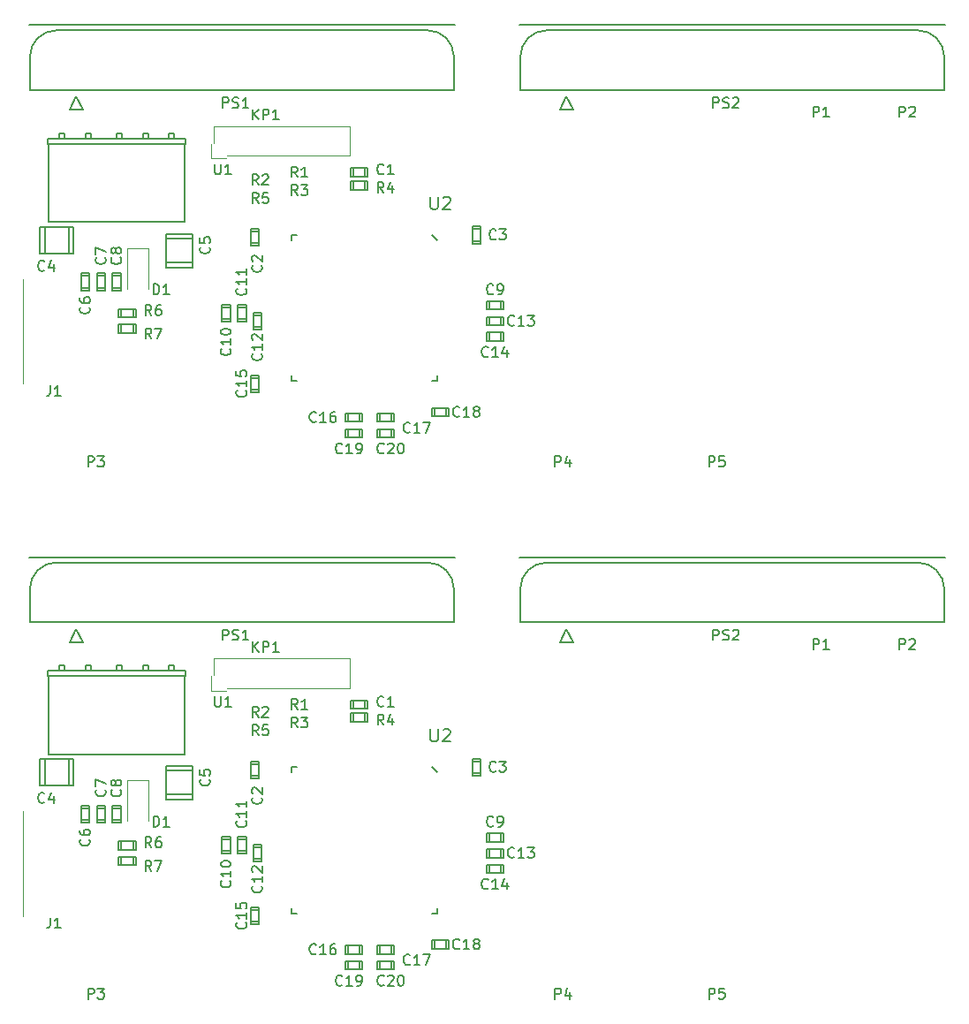
<source format=gto>
G04 #@! TF.GenerationSoftware,KiCad,Pcbnew,(5.0.2)-1*
G04 #@! TF.CreationDate,2019-04-13T07:43:00-04:00*
G04 #@! TF.ProjectId,Console-Panel,436f6e73-6f6c-4652-9d50-616e656c2e6b,rev?*
G04 #@! TF.SameCoordinates,Original*
G04 #@! TF.FileFunction,Legend,Top*
G04 #@! TF.FilePolarity,Positive*
%FSLAX46Y46*%
G04 Gerber Fmt 4.6, Leading zero omitted, Abs format (unit mm)*
G04 Created by KiCad (PCBNEW (5.0.2)-1) date 4/13/2019 7:43:00 AM*
%MOMM*%
%LPD*%
G01*
G04 APERTURE LIST*
%ADD10C,0.150000*%
%ADD11C,0.127000*%
%ADD12C,0.120000*%
%ADD13C,0.050000*%
%ADD14C,0.149860*%
G04 APERTURE END LIST*
D10*
G04 #@! TO.C,PS2*
X138400000Y-50127000D02*
X97600000Y-50127000D01*
X102760000Y-58255000D02*
X102125000Y-56985000D01*
X101490000Y-58255000D02*
X102760000Y-58255000D01*
X102125000Y-56985000D02*
X101490000Y-58255000D01*
X138320000Y-53175000D02*
G75*
G03X135780000Y-50635000I-2540000J0D01*
G01*
X100220000Y-50635000D02*
G75*
G03X97680000Y-53175000I0J-2540000D01*
G01*
X100220000Y-50635000D02*
X135780000Y-50635000D01*
X97680000Y-56350000D02*
X97680000Y-53175000D01*
X138320000Y-56350000D02*
X97680000Y-56350000D01*
X138320000Y-53175000D02*
X138320000Y-56350000D01*
D11*
G04 #@! TO.C,C6*
X55593600Y-73937200D02*
X56406400Y-73937200D01*
X55593600Y-75562800D02*
X55593600Y-73937200D01*
X56406400Y-75562800D02*
X55593600Y-75562800D01*
X56406400Y-73937200D02*
X56406400Y-75562800D01*
X56381000Y-74191200D02*
X55593600Y-74191200D01*
X55593600Y-75308800D02*
X56406400Y-75308800D01*
D10*
G04 #@! TO.C,U2*
X75750000Y-84250000D02*
X76250000Y-84250000D01*
X75750000Y-83750000D02*
X75750000Y-84250000D01*
X75750000Y-70250000D02*
X76250000Y-70250000D01*
X75750000Y-70750000D02*
X75750000Y-70250000D01*
X89750000Y-84250000D02*
X89250000Y-84250000D01*
X89750000Y-83750000D02*
X89750000Y-84250000D01*
X89250000Y-70250000D02*
X89750000Y-70750000D01*
D11*
G04 #@! TO.C,C8*
X58593600Y-73937200D02*
X59406400Y-73937200D01*
X58593600Y-75562800D02*
X58593600Y-73937200D01*
X59406400Y-75562800D02*
X58593600Y-75562800D01*
X59406400Y-73937200D02*
X59406400Y-75562800D01*
X59381000Y-74191200D02*
X58593600Y-74191200D01*
X58593600Y-75308800D02*
X59406400Y-75308800D01*
G04 #@! TO.C,R6*
X60812800Y-77343600D02*
X60812800Y-78156400D01*
X59187200Y-77343600D02*
X60812800Y-77343600D01*
X59187200Y-78156400D02*
X59187200Y-77343600D01*
X60812800Y-78156400D02*
X59187200Y-78156400D01*
X60558800Y-78131000D02*
X60558800Y-77343600D01*
X59441200Y-77343600D02*
X59441200Y-78156400D01*
G04 #@! TO.C,R7*
X60812800Y-78843600D02*
X60812800Y-79656400D01*
X59187200Y-78843600D02*
X60812800Y-78843600D01*
X59187200Y-79656400D02*
X59187200Y-78843600D01*
X60812800Y-79656400D02*
X59187200Y-79656400D01*
X60558800Y-79631000D02*
X60558800Y-78843600D01*
X59441200Y-78843600D02*
X59441200Y-79656400D01*
G04 #@! TO.C,C7*
X57093600Y-73937200D02*
X57906400Y-73937200D01*
X57093600Y-75562800D02*
X57093600Y-73937200D01*
X57906400Y-75562800D02*
X57093600Y-75562800D01*
X57906400Y-73937200D02*
X57906400Y-75562800D01*
X57881000Y-74191200D02*
X57093600Y-74191200D01*
X57093600Y-75308800D02*
X57906400Y-75308800D01*
G04 #@! TO.C,R4*
X81437200Y-65906400D02*
X81437200Y-65093600D01*
X83062800Y-65906400D02*
X81437200Y-65906400D01*
X83062800Y-65093600D02*
X83062800Y-65906400D01*
X81437200Y-65093600D02*
X83062800Y-65093600D01*
X81691200Y-65119000D02*
X81691200Y-65906400D01*
X82808800Y-65906400D02*
X82808800Y-65093600D01*
D12*
G04 #@! TO.C,KP1*
X68080000Y-62920000D02*
X69480000Y-62920000D01*
X68080000Y-61520000D02*
X68080000Y-62920000D01*
X81330000Y-62670000D02*
X69580000Y-62670000D01*
X81330000Y-59830000D02*
X81330000Y-62670000D01*
X68330000Y-59830000D02*
X81330000Y-59830000D01*
X68330000Y-61420000D02*
X68330000Y-59830000D01*
D13*
G04 #@! TO.C,J1*
X50050000Y-74500000D02*
X50050000Y-84500000D01*
D12*
G04 #@! TO.C,D1*
X62000000Y-71500000D02*
X62000000Y-75400000D01*
X60000000Y-71500000D02*
X60000000Y-75400000D01*
X62000000Y-71500000D02*
X60000000Y-71500000D01*
D11*
G04 #@! TO.C,C10*
X69906400Y-78562800D02*
X69093600Y-78562800D01*
X69906400Y-76937200D02*
X69906400Y-78562800D01*
X69093600Y-76937200D02*
X69906400Y-76937200D01*
X69093600Y-78562800D02*
X69093600Y-76937200D01*
X69119000Y-78308800D02*
X69906400Y-78308800D01*
X69906400Y-77191200D02*
X69093600Y-77191200D01*
G04 #@! TO.C,C11*
X71406400Y-78562800D02*
X70593600Y-78562800D01*
X71406400Y-76937200D02*
X71406400Y-78562800D01*
X70593600Y-76937200D02*
X71406400Y-76937200D01*
X70593600Y-78562800D02*
X70593600Y-76937200D01*
X70619000Y-78308800D02*
X71406400Y-78308800D01*
X71406400Y-77191200D02*
X70593600Y-77191200D01*
G04 #@! TO.C,C1*
X83062800Y-63843600D02*
X83062800Y-64656400D01*
X81437200Y-63843600D02*
X83062800Y-63843600D01*
X81437200Y-64656400D02*
X81437200Y-63843600D01*
X83062800Y-64656400D02*
X81437200Y-64656400D01*
X82808800Y-64631000D02*
X82808800Y-63843600D01*
X81691200Y-63843600D02*
X81691200Y-64656400D01*
G04 #@! TO.C,C19*
X80937200Y-89656400D02*
X80937200Y-88843600D01*
X82562800Y-89656400D02*
X80937200Y-89656400D01*
X82562800Y-88843600D02*
X82562800Y-89656400D01*
X80937200Y-88843600D02*
X82562800Y-88843600D01*
X81191200Y-88869000D02*
X81191200Y-89656400D01*
X82308800Y-89656400D02*
X82308800Y-88843600D01*
G04 #@! TO.C,C17*
X85562800Y-87343600D02*
X85562800Y-88156400D01*
X83937200Y-87343600D02*
X85562800Y-87343600D01*
X83937200Y-88156400D02*
X83937200Y-87343600D01*
X85562800Y-88156400D02*
X83937200Y-88156400D01*
X85308800Y-88131000D02*
X85308800Y-87343600D01*
X84191200Y-87343600D02*
X84191200Y-88156400D01*
G04 #@! TO.C,C20*
X85562800Y-88843600D02*
X85562800Y-89656400D01*
X83937200Y-88843600D02*
X85562800Y-88843600D01*
X83937200Y-89656400D02*
X83937200Y-88843600D01*
X85562800Y-89656400D02*
X83937200Y-89656400D01*
X85308800Y-89631000D02*
X85308800Y-88843600D01*
X84191200Y-88843600D02*
X84191200Y-89656400D01*
G04 #@! TO.C,C16*
X80937200Y-88156400D02*
X80937200Y-87343600D01*
X82562800Y-88156400D02*
X80937200Y-88156400D01*
X82562800Y-87343600D02*
X82562800Y-88156400D01*
X80937200Y-87343600D02*
X82562800Y-87343600D01*
X81191200Y-87369000D02*
X81191200Y-88156400D01*
X82308800Y-88156400D02*
X82308800Y-87343600D01*
G04 #@! TO.C,C4*
X54850200Y-69505400D02*
X51649800Y-69505400D01*
X51649800Y-71994600D02*
X54850200Y-71994600D01*
X52107000Y-71994600D02*
X52107000Y-69505400D01*
X54393000Y-69505400D02*
X54393000Y-71994600D01*
X54850200Y-71994600D02*
X54850200Y-69505400D01*
X51649800Y-69505400D02*
X51649800Y-71994600D01*
G04 #@! TO.C,C14*
X96062800Y-79593600D02*
X96062800Y-80406400D01*
X94437200Y-79593600D02*
X96062800Y-79593600D01*
X94437200Y-80406400D02*
X94437200Y-79593600D01*
X96062800Y-80406400D02*
X94437200Y-80406400D01*
X95808800Y-80381000D02*
X95808800Y-79593600D01*
X94691200Y-79593600D02*
X94691200Y-80406400D01*
G04 #@! TO.C,C3*
X93093600Y-69437200D02*
X93906400Y-69437200D01*
X93093600Y-71062800D02*
X93093600Y-69437200D01*
X93906400Y-71062800D02*
X93093600Y-71062800D01*
X93906400Y-69437200D02*
X93906400Y-71062800D01*
X93881000Y-69691200D02*
X93093600Y-69691200D01*
X93093600Y-70808800D02*
X93906400Y-70808800D01*
G04 #@! TO.C,C13*
X96062800Y-78093600D02*
X96062800Y-78906400D01*
X94437200Y-78093600D02*
X96062800Y-78093600D01*
X94437200Y-78906400D02*
X94437200Y-78093600D01*
X96062800Y-78906400D02*
X94437200Y-78906400D01*
X95808800Y-78881000D02*
X95808800Y-78093600D01*
X94691200Y-78093600D02*
X94691200Y-78906400D01*
G04 #@! TO.C,C15*
X72656400Y-85312800D02*
X71843600Y-85312800D01*
X72656400Y-83687200D02*
X72656400Y-85312800D01*
X71843600Y-83687200D02*
X72656400Y-83687200D01*
X71843600Y-85312800D02*
X71843600Y-83687200D01*
X71869000Y-85058800D02*
X72656400Y-85058800D01*
X72656400Y-83941200D02*
X71843600Y-83941200D01*
G04 #@! TO.C,C18*
X90812800Y-86843600D02*
X90812800Y-87656400D01*
X89187200Y-86843600D02*
X90812800Y-86843600D01*
X89187200Y-87656400D02*
X89187200Y-86843600D01*
X90812800Y-87656400D02*
X89187200Y-87656400D01*
X90558800Y-87631000D02*
X90558800Y-86843600D01*
X89441200Y-86843600D02*
X89441200Y-87656400D01*
G04 #@! TO.C,C9*
X96062800Y-76593600D02*
X96062800Y-77406400D01*
X94437200Y-76593600D02*
X96062800Y-76593600D01*
X94437200Y-77406400D02*
X94437200Y-76593600D01*
X96062800Y-77406400D02*
X94437200Y-77406400D01*
X95808800Y-77381000D02*
X95808800Y-76593600D01*
X94691200Y-76593600D02*
X94691200Y-77406400D01*
G04 #@! TO.C,C5*
X63755400Y-70149800D02*
X63755400Y-73350200D01*
X66244600Y-73350200D02*
X66244600Y-70149800D01*
X66244600Y-72893000D02*
X63755400Y-72893000D01*
X63755400Y-70607000D02*
X66244600Y-70607000D01*
X66244600Y-70149800D02*
X63755400Y-70149800D01*
X63755400Y-73350200D02*
X66244600Y-73350200D01*
G04 #@! TO.C,C12*
X72906400Y-79312800D02*
X72093600Y-79312800D01*
X72906400Y-77687200D02*
X72906400Y-79312800D01*
X72093600Y-77687200D02*
X72906400Y-77687200D01*
X72093600Y-79312800D02*
X72093600Y-77687200D01*
X72119000Y-79058800D02*
X72906400Y-79058800D01*
X72906400Y-77941200D02*
X72093600Y-77941200D01*
G04 #@! TO.C,C2*
X71843600Y-69687200D02*
X72656400Y-69687200D01*
X71843600Y-71312800D02*
X71843600Y-69687200D01*
X72656400Y-71312800D02*
X71843600Y-71312800D01*
X72656400Y-69687200D02*
X72656400Y-71312800D01*
X72631000Y-69941200D02*
X71843600Y-69941200D01*
X71843600Y-71058800D02*
X72656400Y-71058800D01*
D10*
G04 #@! TO.C,PS1*
X91400000Y-50127000D02*
X50600000Y-50127000D01*
X55760000Y-58255000D02*
X55125000Y-56985000D01*
X54490000Y-58255000D02*
X55760000Y-58255000D01*
X55125000Y-56985000D02*
X54490000Y-58255000D01*
X91320000Y-53175000D02*
G75*
G03X88780000Y-50635000I-2540000J0D01*
G01*
X53220000Y-50635000D02*
G75*
G03X50680000Y-53175000I0J-2540000D01*
G01*
X53220000Y-50635000D02*
X88780000Y-50635000D01*
X50680000Y-56350000D02*
X50680000Y-53175000D01*
X91320000Y-56350000D02*
X50680000Y-56350000D01*
X91320000Y-53175000D02*
X91320000Y-56350000D01*
G04 #@! TO.C,U1*
X65500000Y-69000000D02*
X65500000Y-61500000D01*
X52500000Y-69000000D02*
X65500000Y-69000000D01*
X52500000Y-61500000D02*
X52500000Y-69000000D01*
X53500000Y-60500000D02*
X53500000Y-61000000D01*
X54000000Y-60500000D02*
X53500000Y-60500000D01*
X54000000Y-61000000D02*
X54000000Y-60500000D01*
X56000000Y-60500000D02*
X56000000Y-61000000D01*
X56500000Y-60500000D02*
X56000000Y-60500000D01*
X56500000Y-61000000D02*
X56500000Y-60500000D01*
X59000000Y-60500000D02*
X59000000Y-61000000D01*
X59500000Y-60500000D02*
X59000000Y-60500000D01*
X59500000Y-61000000D02*
X59500000Y-60500000D01*
X61500000Y-60500000D02*
X61500000Y-61000000D01*
X62000000Y-60500000D02*
X61500000Y-60500000D01*
X62000000Y-61000000D02*
X62000000Y-60500000D01*
X64000000Y-60500000D02*
X64000000Y-61000000D01*
X64500000Y-60500000D02*
X64000000Y-60500000D01*
X64500000Y-61000000D02*
X64500000Y-60500000D01*
X52396000Y-61500000D02*
X65604000Y-61500000D01*
X52396000Y-61000000D02*
X52396000Y-61500000D01*
X65604000Y-61000000D02*
X52396000Y-61000000D01*
X65604000Y-61500000D02*
X65604000Y-61000000D01*
G04 #@! TO.C,PS1*
X91320000Y-104175000D02*
X91320000Y-107350000D01*
X91320000Y-107350000D02*
X50680000Y-107350000D01*
X50680000Y-107350000D02*
X50680000Y-104175000D01*
X53220000Y-101635000D02*
X88780000Y-101635000D01*
X53220000Y-101635000D02*
G75*
G03X50680000Y-104175000I0J-2540000D01*
G01*
X91320000Y-104175000D02*
G75*
G03X88780000Y-101635000I-2540000J0D01*
G01*
X55125000Y-107985000D02*
X54490000Y-109255000D01*
X54490000Y-109255000D02*
X55760000Y-109255000D01*
X55760000Y-109255000D02*
X55125000Y-107985000D01*
X91400000Y-101127000D02*
X50600000Y-101127000D01*
D11*
G04 #@! TO.C,C18*
X89441200Y-137843600D02*
X89441200Y-138656400D01*
X90558800Y-138631000D02*
X90558800Y-137843600D01*
X90812800Y-138656400D02*
X89187200Y-138656400D01*
X89187200Y-138656400D02*
X89187200Y-137843600D01*
X89187200Y-137843600D02*
X90812800Y-137843600D01*
X90812800Y-137843600D02*
X90812800Y-138656400D01*
G04 #@! TO.C,C2*
X71843600Y-122058800D02*
X72656400Y-122058800D01*
X72631000Y-120941200D02*
X71843600Y-120941200D01*
X72656400Y-120687200D02*
X72656400Y-122312800D01*
X72656400Y-122312800D02*
X71843600Y-122312800D01*
X71843600Y-122312800D02*
X71843600Y-120687200D01*
X71843600Y-120687200D02*
X72656400Y-120687200D01*
G04 #@! TO.C,C3*
X93093600Y-121808800D02*
X93906400Y-121808800D01*
X93881000Y-120691200D02*
X93093600Y-120691200D01*
X93906400Y-120437200D02*
X93906400Y-122062800D01*
X93906400Y-122062800D02*
X93093600Y-122062800D01*
X93093600Y-122062800D02*
X93093600Y-120437200D01*
X93093600Y-120437200D02*
X93906400Y-120437200D01*
G04 #@! TO.C,C15*
X72656400Y-134941200D02*
X71843600Y-134941200D01*
X71869000Y-136058800D02*
X72656400Y-136058800D01*
X71843600Y-136312800D02*
X71843600Y-134687200D01*
X71843600Y-134687200D02*
X72656400Y-134687200D01*
X72656400Y-134687200D02*
X72656400Y-136312800D01*
X72656400Y-136312800D02*
X71843600Y-136312800D01*
G04 #@! TO.C,C13*
X94691200Y-129093600D02*
X94691200Y-129906400D01*
X95808800Y-129881000D02*
X95808800Y-129093600D01*
X96062800Y-129906400D02*
X94437200Y-129906400D01*
X94437200Y-129906400D02*
X94437200Y-129093600D01*
X94437200Y-129093600D02*
X96062800Y-129093600D01*
X96062800Y-129093600D02*
X96062800Y-129906400D01*
G04 #@! TO.C,C14*
X94691200Y-130593600D02*
X94691200Y-131406400D01*
X95808800Y-131381000D02*
X95808800Y-130593600D01*
X96062800Y-131406400D02*
X94437200Y-131406400D01*
X94437200Y-131406400D02*
X94437200Y-130593600D01*
X94437200Y-130593600D02*
X96062800Y-130593600D01*
X96062800Y-130593600D02*
X96062800Y-131406400D01*
G04 #@! TO.C,C4*
X51649800Y-120505400D02*
X51649800Y-122994600D01*
X54850200Y-122994600D02*
X54850200Y-120505400D01*
X54393000Y-120505400D02*
X54393000Y-122994600D01*
X52107000Y-122994600D02*
X52107000Y-120505400D01*
X51649800Y-122994600D02*
X54850200Y-122994600D01*
X54850200Y-120505400D02*
X51649800Y-120505400D01*
G04 #@! TO.C,C12*
X72906400Y-128941200D02*
X72093600Y-128941200D01*
X72119000Y-130058800D02*
X72906400Y-130058800D01*
X72093600Y-130312800D02*
X72093600Y-128687200D01*
X72093600Y-128687200D02*
X72906400Y-128687200D01*
X72906400Y-128687200D02*
X72906400Y-130312800D01*
X72906400Y-130312800D02*
X72093600Y-130312800D01*
G04 #@! TO.C,C1*
X81691200Y-114843600D02*
X81691200Y-115656400D01*
X82808800Y-115631000D02*
X82808800Y-114843600D01*
X83062800Y-115656400D02*
X81437200Y-115656400D01*
X81437200Y-115656400D02*
X81437200Y-114843600D01*
X81437200Y-114843600D02*
X83062800Y-114843600D01*
X83062800Y-114843600D02*
X83062800Y-115656400D01*
G04 #@! TO.C,C5*
X63755400Y-124350200D02*
X66244600Y-124350200D01*
X66244600Y-121149800D02*
X63755400Y-121149800D01*
X63755400Y-121607000D02*
X66244600Y-121607000D01*
X66244600Y-123893000D02*
X63755400Y-123893000D01*
X66244600Y-124350200D02*
X66244600Y-121149800D01*
X63755400Y-121149800D02*
X63755400Y-124350200D01*
G04 #@! TO.C,C16*
X82308800Y-139156400D02*
X82308800Y-138343600D01*
X81191200Y-138369000D02*
X81191200Y-139156400D01*
X80937200Y-138343600D02*
X82562800Y-138343600D01*
X82562800Y-138343600D02*
X82562800Y-139156400D01*
X82562800Y-139156400D02*
X80937200Y-139156400D01*
X80937200Y-139156400D02*
X80937200Y-138343600D01*
G04 #@! TO.C,C19*
X82308800Y-140656400D02*
X82308800Y-139843600D01*
X81191200Y-139869000D02*
X81191200Y-140656400D01*
X80937200Y-139843600D02*
X82562800Y-139843600D01*
X82562800Y-139843600D02*
X82562800Y-140656400D01*
X82562800Y-140656400D02*
X80937200Y-140656400D01*
X80937200Y-140656400D02*
X80937200Y-139843600D01*
G04 #@! TO.C,C20*
X84191200Y-139843600D02*
X84191200Y-140656400D01*
X85308800Y-140631000D02*
X85308800Y-139843600D01*
X85562800Y-140656400D02*
X83937200Y-140656400D01*
X83937200Y-140656400D02*
X83937200Y-139843600D01*
X83937200Y-139843600D02*
X85562800Y-139843600D01*
X85562800Y-139843600D02*
X85562800Y-140656400D01*
G04 #@! TO.C,C17*
X84191200Y-138343600D02*
X84191200Y-139156400D01*
X85308800Y-139131000D02*
X85308800Y-138343600D01*
X85562800Y-139156400D02*
X83937200Y-139156400D01*
X83937200Y-139156400D02*
X83937200Y-138343600D01*
X83937200Y-138343600D02*
X85562800Y-138343600D01*
X85562800Y-138343600D02*
X85562800Y-139156400D01*
G04 #@! TO.C,C11*
X71406400Y-128191200D02*
X70593600Y-128191200D01*
X70619000Y-129308800D02*
X71406400Y-129308800D01*
X70593600Y-129562800D02*
X70593600Y-127937200D01*
X70593600Y-127937200D02*
X71406400Y-127937200D01*
X71406400Y-127937200D02*
X71406400Y-129562800D01*
X71406400Y-129562800D02*
X70593600Y-129562800D01*
G04 #@! TO.C,C10*
X69906400Y-128191200D02*
X69093600Y-128191200D01*
X69119000Y-129308800D02*
X69906400Y-129308800D01*
X69093600Y-129562800D02*
X69093600Y-127937200D01*
X69093600Y-127937200D02*
X69906400Y-127937200D01*
X69906400Y-127937200D02*
X69906400Y-129562800D01*
X69906400Y-129562800D02*
X69093600Y-129562800D01*
G04 #@! TO.C,C9*
X94691200Y-127593600D02*
X94691200Y-128406400D01*
X95808800Y-128381000D02*
X95808800Y-127593600D01*
X96062800Y-128406400D02*
X94437200Y-128406400D01*
X94437200Y-128406400D02*
X94437200Y-127593600D01*
X94437200Y-127593600D02*
X96062800Y-127593600D01*
X96062800Y-127593600D02*
X96062800Y-128406400D01*
G04 #@! TO.C,C7*
X57093600Y-126308800D02*
X57906400Y-126308800D01*
X57881000Y-125191200D02*
X57093600Y-125191200D01*
X57906400Y-124937200D02*
X57906400Y-126562800D01*
X57906400Y-126562800D02*
X57093600Y-126562800D01*
X57093600Y-126562800D02*
X57093600Y-124937200D01*
X57093600Y-124937200D02*
X57906400Y-124937200D01*
G04 #@! TO.C,C8*
X58593600Y-126308800D02*
X59406400Y-126308800D01*
X59381000Y-125191200D02*
X58593600Y-125191200D01*
X59406400Y-124937200D02*
X59406400Y-126562800D01*
X59406400Y-126562800D02*
X58593600Y-126562800D01*
X58593600Y-126562800D02*
X58593600Y-124937200D01*
X58593600Y-124937200D02*
X59406400Y-124937200D01*
G04 #@! TO.C,C6*
X55593600Y-126308800D02*
X56406400Y-126308800D01*
X56381000Y-125191200D02*
X55593600Y-125191200D01*
X56406400Y-124937200D02*
X56406400Y-126562800D01*
X56406400Y-126562800D02*
X55593600Y-126562800D01*
X55593600Y-126562800D02*
X55593600Y-124937200D01*
X55593600Y-124937200D02*
X56406400Y-124937200D01*
D12*
G04 #@! TO.C,D1*
X62000000Y-122500000D02*
X60000000Y-122500000D01*
X60000000Y-122500000D02*
X60000000Y-126400000D01*
X62000000Y-122500000D02*
X62000000Y-126400000D01*
D13*
G04 #@! TO.C,J1*
X50050000Y-125500000D02*
X50050000Y-135500000D01*
D12*
G04 #@! TO.C,KP1*
X68330000Y-112420000D02*
X68330000Y-110830000D01*
X68330000Y-110830000D02*
X81330000Y-110830000D01*
X81330000Y-110830000D02*
X81330000Y-113670000D01*
X81330000Y-113670000D02*
X69580000Y-113670000D01*
X68080000Y-112520000D02*
X68080000Y-113920000D01*
X68080000Y-113920000D02*
X69480000Y-113920000D01*
D11*
G04 #@! TO.C,R4*
X82808800Y-116906400D02*
X82808800Y-116093600D01*
X81691200Y-116119000D02*
X81691200Y-116906400D01*
X81437200Y-116093600D02*
X83062800Y-116093600D01*
X83062800Y-116093600D02*
X83062800Y-116906400D01*
X83062800Y-116906400D02*
X81437200Y-116906400D01*
X81437200Y-116906400D02*
X81437200Y-116093600D01*
G04 #@! TO.C,R7*
X59441200Y-129843600D02*
X59441200Y-130656400D01*
X60558800Y-130631000D02*
X60558800Y-129843600D01*
X60812800Y-130656400D02*
X59187200Y-130656400D01*
X59187200Y-130656400D02*
X59187200Y-129843600D01*
X59187200Y-129843600D02*
X60812800Y-129843600D01*
X60812800Y-129843600D02*
X60812800Y-130656400D01*
G04 #@! TO.C,R6*
X59441200Y-128343600D02*
X59441200Y-129156400D01*
X60558800Y-129131000D02*
X60558800Y-128343600D01*
X60812800Y-129156400D02*
X59187200Y-129156400D01*
X59187200Y-129156400D02*
X59187200Y-128343600D01*
X59187200Y-128343600D02*
X60812800Y-128343600D01*
X60812800Y-128343600D02*
X60812800Y-129156400D01*
D10*
G04 #@! TO.C,U2*
X89250000Y-121250000D02*
X89750000Y-121750000D01*
X89750000Y-134750000D02*
X89750000Y-135250000D01*
X89750000Y-135250000D02*
X89250000Y-135250000D01*
X75750000Y-121750000D02*
X75750000Y-121250000D01*
X75750000Y-121250000D02*
X76250000Y-121250000D01*
X75750000Y-134750000D02*
X75750000Y-135250000D01*
X75750000Y-135250000D02*
X76250000Y-135250000D01*
G04 #@! TO.C,PS2*
X138320000Y-104175000D02*
X138320000Y-107350000D01*
X138320000Y-107350000D02*
X97680000Y-107350000D01*
X97680000Y-107350000D02*
X97680000Y-104175000D01*
X100220000Y-101635000D02*
X135780000Y-101635000D01*
X100220000Y-101635000D02*
G75*
G03X97680000Y-104175000I0J-2540000D01*
G01*
X138320000Y-104175000D02*
G75*
G03X135780000Y-101635000I-2540000J0D01*
G01*
X102125000Y-107985000D02*
X101490000Y-109255000D01*
X101490000Y-109255000D02*
X102760000Y-109255000D01*
X102760000Y-109255000D02*
X102125000Y-107985000D01*
X138400000Y-101127000D02*
X97600000Y-101127000D01*
G04 #@! TO.C,U1*
X65604000Y-112500000D02*
X65604000Y-112000000D01*
X65604000Y-112000000D02*
X52396000Y-112000000D01*
X52396000Y-112000000D02*
X52396000Y-112500000D01*
X52396000Y-112500000D02*
X65604000Y-112500000D01*
X64500000Y-112000000D02*
X64500000Y-111500000D01*
X64500000Y-111500000D02*
X64000000Y-111500000D01*
X64000000Y-111500000D02*
X64000000Y-112000000D01*
X62000000Y-112000000D02*
X62000000Y-111500000D01*
X62000000Y-111500000D02*
X61500000Y-111500000D01*
X61500000Y-111500000D02*
X61500000Y-112000000D01*
X59500000Y-112000000D02*
X59500000Y-111500000D01*
X59500000Y-111500000D02*
X59000000Y-111500000D01*
X59000000Y-111500000D02*
X59000000Y-112000000D01*
X56500000Y-112000000D02*
X56500000Y-111500000D01*
X56500000Y-111500000D02*
X56000000Y-111500000D01*
X56000000Y-111500000D02*
X56000000Y-112000000D01*
X54000000Y-112000000D02*
X54000000Y-111500000D01*
X54000000Y-111500000D02*
X53500000Y-111500000D01*
X53500000Y-111500000D02*
X53500000Y-112000000D01*
X52500000Y-112500000D02*
X52500000Y-120000000D01*
X52500000Y-120000000D02*
X65500000Y-120000000D01*
X65500000Y-120000000D02*
X65500000Y-112500000D01*
G04 #@! TO.C,PS2*
X116150714Y-58072380D02*
X116150714Y-57072380D01*
X116531666Y-57072380D01*
X116626904Y-57120000D01*
X116674523Y-57167619D01*
X116722142Y-57262857D01*
X116722142Y-57405714D01*
X116674523Y-57500952D01*
X116626904Y-57548571D01*
X116531666Y-57596190D01*
X116150714Y-57596190D01*
X117103095Y-58024761D02*
X117245952Y-58072380D01*
X117484047Y-58072380D01*
X117579285Y-58024761D01*
X117626904Y-57977142D01*
X117674523Y-57881904D01*
X117674523Y-57786666D01*
X117626904Y-57691428D01*
X117579285Y-57643809D01*
X117484047Y-57596190D01*
X117293571Y-57548571D01*
X117198333Y-57500952D01*
X117150714Y-57453333D01*
X117103095Y-57358095D01*
X117103095Y-57262857D01*
X117150714Y-57167619D01*
X117198333Y-57120000D01*
X117293571Y-57072380D01*
X117531666Y-57072380D01*
X117674523Y-57120000D01*
X118055476Y-57167619D02*
X118103095Y-57120000D01*
X118198333Y-57072380D01*
X118436428Y-57072380D01*
X118531666Y-57120000D01*
X118579285Y-57167619D01*
X118626904Y-57262857D01*
X118626904Y-57358095D01*
X118579285Y-57500952D01*
X118007857Y-58072380D01*
X118626904Y-58072380D01*
G04 #@! TO.C,P5*
D14*
X115761343Y-92452724D02*
X115761343Y-91451964D01*
X116142585Y-91451964D01*
X116237896Y-91499620D01*
X116285551Y-91547275D01*
X116333206Y-91642585D01*
X116333206Y-91785551D01*
X116285551Y-91880861D01*
X116237896Y-91928517D01*
X116142585Y-91976172D01*
X115761343Y-91976172D01*
X117238656Y-91451964D02*
X116762103Y-91451964D01*
X116714448Y-91928517D01*
X116762103Y-91880861D01*
X116857414Y-91833206D01*
X117095690Y-91833206D01*
X117191000Y-91880861D01*
X117238656Y-91928517D01*
X117286311Y-92023827D01*
X117286311Y-92262103D01*
X117238656Y-92357414D01*
X117191000Y-92405069D01*
X117095690Y-92452724D01*
X116857414Y-92452724D01*
X116762103Y-92405069D01*
X116714448Y-92357414D01*
G04 #@! TO.C,C6*
D10*
X56357142Y-77166666D02*
X56404761Y-77214285D01*
X56452380Y-77357142D01*
X56452380Y-77452380D01*
X56404761Y-77595238D01*
X56309523Y-77690476D01*
X56214285Y-77738095D01*
X56023809Y-77785714D01*
X55880952Y-77785714D01*
X55690476Y-77738095D01*
X55595238Y-77690476D01*
X55500000Y-77595238D01*
X55452380Y-77452380D01*
X55452380Y-77357142D01*
X55500000Y-77214285D01*
X55547619Y-77166666D01*
X55452380Y-76309523D02*
X55452380Y-76500000D01*
X55500000Y-76595238D01*
X55547619Y-76642857D01*
X55690476Y-76738095D01*
X55880952Y-76785714D01*
X56261904Y-76785714D01*
X56357142Y-76738095D01*
X56404761Y-76690476D01*
X56452380Y-76595238D01*
X56452380Y-76404761D01*
X56404761Y-76309523D01*
X56357142Y-76261904D01*
X56261904Y-76214285D01*
X56023809Y-76214285D01*
X55928571Y-76261904D01*
X55880952Y-76309523D01*
X55833333Y-76404761D01*
X55833333Y-76595238D01*
X55880952Y-76690476D01*
X55928571Y-76738095D01*
X56023809Y-76785714D01*
G04 #@! TO.C,U2*
X89085714Y-66592857D02*
X89085714Y-67564285D01*
X89142857Y-67678571D01*
X89200000Y-67735714D01*
X89314285Y-67792857D01*
X89542857Y-67792857D01*
X89657142Y-67735714D01*
X89714285Y-67678571D01*
X89771428Y-67564285D01*
X89771428Y-66592857D01*
X90285714Y-66707142D02*
X90342857Y-66650000D01*
X90457142Y-66592857D01*
X90742857Y-66592857D01*
X90857142Y-66650000D01*
X90914285Y-66707142D01*
X90971428Y-66821428D01*
X90971428Y-66935714D01*
X90914285Y-67107142D01*
X90228571Y-67792857D01*
X90971428Y-67792857D01*
G04 #@! TO.C,R5*
X72583333Y-67202380D02*
X72250000Y-66726190D01*
X72011904Y-67202380D02*
X72011904Y-66202380D01*
X72392857Y-66202380D01*
X72488095Y-66250000D01*
X72535714Y-66297619D01*
X72583333Y-66392857D01*
X72583333Y-66535714D01*
X72535714Y-66630952D01*
X72488095Y-66678571D01*
X72392857Y-66726190D01*
X72011904Y-66726190D01*
X73488095Y-66202380D02*
X73011904Y-66202380D01*
X72964285Y-66678571D01*
X73011904Y-66630952D01*
X73107142Y-66583333D01*
X73345238Y-66583333D01*
X73440476Y-66630952D01*
X73488095Y-66678571D01*
X73535714Y-66773809D01*
X73535714Y-67011904D01*
X73488095Y-67107142D01*
X73440476Y-67154761D01*
X73345238Y-67202380D01*
X73107142Y-67202380D01*
X73011904Y-67154761D01*
X72964285Y-67107142D01*
G04 #@! TO.C,C8*
X59357142Y-72416666D02*
X59404761Y-72464285D01*
X59452380Y-72607142D01*
X59452380Y-72702380D01*
X59404761Y-72845238D01*
X59309523Y-72940476D01*
X59214285Y-72988095D01*
X59023809Y-73035714D01*
X58880952Y-73035714D01*
X58690476Y-72988095D01*
X58595238Y-72940476D01*
X58500000Y-72845238D01*
X58452380Y-72702380D01*
X58452380Y-72607142D01*
X58500000Y-72464285D01*
X58547619Y-72416666D01*
X58880952Y-71845238D02*
X58833333Y-71940476D01*
X58785714Y-71988095D01*
X58690476Y-72035714D01*
X58642857Y-72035714D01*
X58547619Y-71988095D01*
X58500000Y-71940476D01*
X58452380Y-71845238D01*
X58452380Y-71654761D01*
X58500000Y-71559523D01*
X58547619Y-71511904D01*
X58642857Y-71464285D01*
X58690476Y-71464285D01*
X58785714Y-71511904D01*
X58833333Y-71559523D01*
X58880952Y-71654761D01*
X58880952Y-71845238D01*
X58928571Y-71940476D01*
X58976190Y-71988095D01*
X59071428Y-72035714D01*
X59261904Y-72035714D01*
X59357142Y-71988095D01*
X59404761Y-71940476D01*
X59452380Y-71845238D01*
X59452380Y-71654761D01*
X59404761Y-71559523D01*
X59357142Y-71511904D01*
X59261904Y-71464285D01*
X59071428Y-71464285D01*
X58976190Y-71511904D01*
X58928571Y-71559523D01*
X58880952Y-71654761D01*
G04 #@! TO.C,P3*
D14*
X56261343Y-92452724D02*
X56261343Y-91451964D01*
X56642585Y-91451964D01*
X56737896Y-91499620D01*
X56785551Y-91547275D01*
X56833206Y-91642585D01*
X56833206Y-91785551D01*
X56785551Y-91880861D01*
X56737896Y-91928517D01*
X56642585Y-91976172D01*
X56261343Y-91976172D01*
X57166793Y-91451964D02*
X57786311Y-91451964D01*
X57452724Y-91833206D01*
X57595690Y-91833206D01*
X57691000Y-91880861D01*
X57738656Y-91928517D01*
X57786311Y-92023827D01*
X57786311Y-92262103D01*
X57738656Y-92357414D01*
X57691000Y-92405069D01*
X57595690Y-92452724D01*
X57309759Y-92452724D01*
X57214448Y-92405069D01*
X57166793Y-92357414D01*
G04 #@! TO.C,P4*
X101011343Y-92452724D02*
X101011343Y-91451964D01*
X101392585Y-91451964D01*
X101487896Y-91499620D01*
X101535551Y-91547275D01*
X101583206Y-91642585D01*
X101583206Y-91785551D01*
X101535551Y-91880861D01*
X101487896Y-91928517D01*
X101392585Y-91976172D01*
X101011343Y-91976172D01*
X102441000Y-91785551D02*
X102441000Y-92452724D01*
X102202724Y-91404309D02*
X101964448Y-92119138D01*
X102583966Y-92119138D01*
G04 #@! TO.C,R6*
D10*
X62333333Y-77952380D02*
X62000000Y-77476190D01*
X61761904Y-77952380D02*
X61761904Y-76952380D01*
X62142857Y-76952380D01*
X62238095Y-77000000D01*
X62285714Y-77047619D01*
X62333333Y-77142857D01*
X62333333Y-77285714D01*
X62285714Y-77380952D01*
X62238095Y-77428571D01*
X62142857Y-77476190D01*
X61761904Y-77476190D01*
X63190476Y-76952380D02*
X63000000Y-76952380D01*
X62904761Y-77000000D01*
X62857142Y-77047619D01*
X62761904Y-77190476D01*
X62714285Y-77380952D01*
X62714285Y-77761904D01*
X62761904Y-77857142D01*
X62809523Y-77904761D01*
X62904761Y-77952380D01*
X63095238Y-77952380D01*
X63190476Y-77904761D01*
X63238095Y-77857142D01*
X63285714Y-77761904D01*
X63285714Y-77523809D01*
X63238095Y-77428571D01*
X63190476Y-77380952D01*
X63095238Y-77333333D01*
X62904761Y-77333333D01*
X62809523Y-77380952D01*
X62761904Y-77428571D01*
X62714285Y-77523809D01*
G04 #@! TO.C,R7*
X62333333Y-80202380D02*
X62000000Y-79726190D01*
X61761904Y-80202380D02*
X61761904Y-79202380D01*
X62142857Y-79202380D01*
X62238095Y-79250000D01*
X62285714Y-79297619D01*
X62333333Y-79392857D01*
X62333333Y-79535714D01*
X62285714Y-79630952D01*
X62238095Y-79678571D01*
X62142857Y-79726190D01*
X61761904Y-79726190D01*
X62666666Y-79202380D02*
X63333333Y-79202380D01*
X62904761Y-80202380D01*
G04 #@! TO.C,C7*
X57857142Y-72416666D02*
X57904761Y-72464285D01*
X57952380Y-72607142D01*
X57952380Y-72702380D01*
X57904761Y-72845238D01*
X57809523Y-72940476D01*
X57714285Y-72988095D01*
X57523809Y-73035714D01*
X57380952Y-73035714D01*
X57190476Y-72988095D01*
X57095238Y-72940476D01*
X57000000Y-72845238D01*
X56952380Y-72702380D01*
X56952380Y-72607142D01*
X57000000Y-72464285D01*
X57047619Y-72416666D01*
X56952380Y-72083333D02*
X56952380Y-71416666D01*
X57952380Y-71845238D01*
G04 #@! TO.C,R3*
X76333333Y-66452380D02*
X76000000Y-65976190D01*
X75761904Y-66452380D02*
X75761904Y-65452380D01*
X76142857Y-65452380D01*
X76238095Y-65500000D01*
X76285714Y-65547619D01*
X76333333Y-65642857D01*
X76333333Y-65785714D01*
X76285714Y-65880952D01*
X76238095Y-65928571D01*
X76142857Y-65976190D01*
X75761904Y-65976190D01*
X76666666Y-65452380D02*
X77285714Y-65452380D01*
X76952380Y-65833333D01*
X77095238Y-65833333D01*
X77190476Y-65880952D01*
X77238095Y-65928571D01*
X77285714Y-66023809D01*
X77285714Y-66261904D01*
X77238095Y-66357142D01*
X77190476Y-66404761D01*
X77095238Y-66452380D01*
X76809523Y-66452380D01*
X76714285Y-66404761D01*
X76666666Y-66357142D01*
G04 #@! TO.C,R2*
X72583333Y-65452380D02*
X72250000Y-64976190D01*
X72011904Y-65452380D02*
X72011904Y-64452380D01*
X72392857Y-64452380D01*
X72488095Y-64500000D01*
X72535714Y-64547619D01*
X72583333Y-64642857D01*
X72583333Y-64785714D01*
X72535714Y-64880952D01*
X72488095Y-64928571D01*
X72392857Y-64976190D01*
X72011904Y-64976190D01*
X72964285Y-64547619D02*
X73011904Y-64500000D01*
X73107142Y-64452380D01*
X73345238Y-64452380D01*
X73440476Y-64500000D01*
X73488095Y-64547619D01*
X73535714Y-64642857D01*
X73535714Y-64738095D01*
X73488095Y-64880952D01*
X72916666Y-65452380D01*
X73535714Y-65452380D01*
G04 #@! TO.C,R4*
X84583333Y-66202380D02*
X84250000Y-65726190D01*
X84011904Y-66202380D02*
X84011904Y-65202380D01*
X84392857Y-65202380D01*
X84488095Y-65250000D01*
X84535714Y-65297619D01*
X84583333Y-65392857D01*
X84583333Y-65535714D01*
X84535714Y-65630952D01*
X84488095Y-65678571D01*
X84392857Y-65726190D01*
X84011904Y-65726190D01*
X85440476Y-65535714D02*
X85440476Y-66202380D01*
X85202380Y-65154761D02*
X84964285Y-65869047D01*
X85583333Y-65869047D01*
G04 #@! TO.C,R1*
X76333333Y-64702380D02*
X76000000Y-64226190D01*
X75761904Y-64702380D02*
X75761904Y-63702380D01*
X76142857Y-63702380D01*
X76238095Y-63750000D01*
X76285714Y-63797619D01*
X76333333Y-63892857D01*
X76333333Y-64035714D01*
X76285714Y-64130952D01*
X76238095Y-64178571D01*
X76142857Y-64226190D01*
X75761904Y-64226190D01*
X77285714Y-64702380D02*
X76714285Y-64702380D01*
X77000000Y-64702380D02*
X77000000Y-63702380D01*
X76904761Y-63845238D01*
X76809523Y-63940476D01*
X76714285Y-63988095D01*
G04 #@! TO.C,KP1*
X72011904Y-59202380D02*
X72011904Y-58202380D01*
X72583333Y-59202380D02*
X72154761Y-58630952D01*
X72583333Y-58202380D02*
X72011904Y-58773809D01*
X73011904Y-59202380D02*
X73011904Y-58202380D01*
X73392857Y-58202380D01*
X73488095Y-58250000D01*
X73535714Y-58297619D01*
X73583333Y-58392857D01*
X73583333Y-58535714D01*
X73535714Y-58630952D01*
X73488095Y-58678571D01*
X73392857Y-58726190D01*
X73011904Y-58726190D01*
X74535714Y-59202380D02*
X73964285Y-59202380D01*
X74250000Y-59202380D02*
X74250000Y-58202380D01*
X74154761Y-58345238D01*
X74059523Y-58440476D01*
X73964285Y-58488095D01*
G04 #@! TO.C,J1*
X52641666Y-84677380D02*
X52641666Y-85391666D01*
X52594047Y-85534523D01*
X52498809Y-85629761D01*
X52355952Y-85677380D01*
X52260714Y-85677380D01*
X53641666Y-85677380D02*
X53070238Y-85677380D01*
X53355952Y-85677380D02*
X53355952Y-84677380D01*
X53260714Y-84820238D01*
X53165476Y-84915476D01*
X53070238Y-84963095D01*
G04 #@! TO.C,D1*
X62511904Y-75952380D02*
X62511904Y-74952380D01*
X62750000Y-74952380D01*
X62892857Y-75000000D01*
X62988095Y-75095238D01*
X63035714Y-75190476D01*
X63083333Y-75380952D01*
X63083333Y-75523809D01*
X63035714Y-75714285D01*
X62988095Y-75809523D01*
X62892857Y-75904761D01*
X62750000Y-75952380D01*
X62511904Y-75952380D01*
X64035714Y-75952380D02*
X63464285Y-75952380D01*
X63750000Y-75952380D02*
X63750000Y-74952380D01*
X63654761Y-75095238D01*
X63559523Y-75190476D01*
X63464285Y-75238095D01*
G04 #@! TO.C,C10*
X69857142Y-81142857D02*
X69904761Y-81190476D01*
X69952380Y-81333333D01*
X69952380Y-81428571D01*
X69904761Y-81571428D01*
X69809523Y-81666666D01*
X69714285Y-81714285D01*
X69523809Y-81761904D01*
X69380952Y-81761904D01*
X69190476Y-81714285D01*
X69095238Y-81666666D01*
X69000000Y-81571428D01*
X68952380Y-81428571D01*
X68952380Y-81333333D01*
X69000000Y-81190476D01*
X69047619Y-81142857D01*
X69952380Y-80190476D02*
X69952380Y-80761904D01*
X69952380Y-80476190D02*
X68952380Y-80476190D01*
X69095238Y-80571428D01*
X69190476Y-80666666D01*
X69238095Y-80761904D01*
X68952380Y-79571428D02*
X68952380Y-79476190D01*
X69000000Y-79380952D01*
X69047619Y-79333333D01*
X69142857Y-79285714D01*
X69333333Y-79238095D01*
X69571428Y-79238095D01*
X69761904Y-79285714D01*
X69857142Y-79333333D01*
X69904761Y-79380952D01*
X69952380Y-79476190D01*
X69952380Y-79571428D01*
X69904761Y-79666666D01*
X69857142Y-79714285D01*
X69761904Y-79761904D01*
X69571428Y-79809523D01*
X69333333Y-79809523D01*
X69142857Y-79761904D01*
X69047619Y-79714285D01*
X69000000Y-79666666D01*
X68952380Y-79571428D01*
G04 #@! TO.C,C11*
X71357142Y-75392857D02*
X71404761Y-75440476D01*
X71452380Y-75583333D01*
X71452380Y-75678571D01*
X71404761Y-75821428D01*
X71309523Y-75916666D01*
X71214285Y-75964285D01*
X71023809Y-76011904D01*
X70880952Y-76011904D01*
X70690476Y-75964285D01*
X70595238Y-75916666D01*
X70500000Y-75821428D01*
X70452380Y-75678571D01*
X70452380Y-75583333D01*
X70500000Y-75440476D01*
X70547619Y-75392857D01*
X71452380Y-74440476D02*
X71452380Y-75011904D01*
X71452380Y-74726190D02*
X70452380Y-74726190D01*
X70595238Y-74821428D01*
X70690476Y-74916666D01*
X70738095Y-75011904D01*
X71452380Y-73488095D02*
X71452380Y-74059523D01*
X71452380Y-73773809D02*
X70452380Y-73773809D01*
X70595238Y-73869047D01*
X70690476Y-73964285D01*
X70738095Y-74059523D01*
G04 #@! TO.C,C1*
X84583333Y-64357142D02*
X84535714Y-64404761D01*
X84392857Y-64452380D01*
X84297619Y-64452380D01*
X84154761Y-64404761D01*
X84059523Y-64309523D01*
X84011904Y-64214285D01*
X83964285Y-64023809D01*
X83964285Y-63880952D01*
X84011904Y-63690476D01*
X84059523Y-63595238D01*
X84154761Y-63500000D01*
X84297619Y-63452380D01*
X84392857Y-63452380D01*
X84535714Y-63500000D01*
X84583333Y-63547619D01*
X85535714Y-64452380D02*
X84964285Y-64452380D01*
X85250000Y-64452380D02*
X85250000Y-63452380D01*
X85154761Y-63595238D01*
X85059523Y-63690476D01*
X84964285Y-63738095D01*
G04 #@! TO.C,C19*
X80607142Y-91107142D02*
X80559523Y-91154761D01*
X80416666Y-91202380D01*
X80321428Y-91202380D01*
X80178571Y-91154761D01*
X80083333Y-91059523D01*
X80035714Y-90964285D01*
X79988095Y-90773809D01*
X79988095Y-90630952D01*
X80035714Y-90440476D01*
X80083333Y-90345238D01*
X80178571Y-90250000D01*
X80321428Y-90202380D01*
X80416666Y-90202380D01*
X80559523Y-90250000D01*
X80607142Y-90297619D01*
X81559523Y-91202380D02*
X80988095Y-91202380D01*
X81273809Y-91202380D02*
X81273809Y-90202380D01*
X81178571Y-90345238D01*
X81083333Y-90440476D01*
X80988095Y-90488095D01*
X82035714Y-91202380D02*
X82226190Y-91202380D01*
X82321428Y-91154761D01*
X82369047Y-91107142D01*
X82464285Y-90964285D01*
X82511904Y-90773809D01*
X82511904Y-90392857D01*
X82464285Y-90297619D01*
X82416666Y-90250000D01*
X82321428Y-90202380D01*
X82130952Y-90202380D01*
X82035714Y-90250000D01*
X81988095Y-90297619D01*
X81940476Y-90392857D01*
X81940476Y-90630952D01*
X81988095Y-90726190D01*
X82035714Y-90773809D01*
X82130952Y-90821428D01*
X82321428Y-90821428D01*
X82416666Y-90773809D01*
X82464285Y-90726190D01*
X82511904Y-90630952D01*
G04 #@! TO.C,C17*
X87107142Y-89107142D02*
X87059523Y-89154761D01*
X86916666Y-89202380D01*
X86821428Y-89202380D01*
X86678571Y-89154761D01*
X86583333Y-89059523D01*
X86535714Y-88964285D01*
X86488095Y-88773809D01*
X86488095Y-88630952D01*
X86535714Y-88440476D01*
X86583333Y-88345238D01*
X86678571Y-88250000D01*
X86821428Y-88202380D01*
X86916666Y-88202380D01*
X87059523Y-88250000D01*
X87107142Y-88297619D01*
X88059523Y-89202380D02*
X87488095Y-89202380D01*
X87773809Y-89202380D02*
X87773809Y-88202380D01*
X87678571Y-88345238D01*
X87583333Y-88440476D01*
X87488095Y-88488095D01*
X88392857Y-88202380D02*
X89059523Y-88202380D01*
X88630952Y-89202380D01*
G04 #@! TO.C,C20*
X84607142Y-91107142D02*
X84559523Y-91154761D01*
X84416666Y-91202380D01*
X84321428Y-91202380D01*
X84178571Y-91154761D01*
X84083333Y-91059523D01*
X84035714Y-90964285D01*
X83988095Y-90773809D01*
X83988095Y-90630952D01*
X84035714Y-90440476D01*
X84083333Y-90345238D01*
X84178571Y-90250000D01*
X84321428Y-90202380D01*
X84416666Y-90202380D01*
X84559523Y-90250000D01*
X84607142Y-90297619D01*
X84988095Y-90297619D02*
X85035714Y-90250000D01*
X85130952Y-90202380D01*
X85369047Y-90202380D01*
X85464285Y-90250000D01*
X85511904Y-90297619D01*
X85559523Y-90392857D01*
X85559523Y-90488095D01*
X85511904Y-90630952D01*
X84940476Y-91202380D01*
X85559523Y-91202380D01*
X86178571Y-90202380D02*
X86273809Y-90202380D01*
X86369047Y-90250000D01*
X86416666Y-90297619D01*
X86464285Y-90392857D01*
X86511904Y-90583333D01*
X86511904Y-90821428D01*
X86464285Y-91011904D01*
X86416666Y-91107142D01*
X86369047Y-91154761D01*
X86273809Y-91202380D01*
X86178571Y-91202380D01*
X86083333Y-91154761D01*
X86035714Y-91107142D01*
X85988095Y-91011904D01*
X85940476Y-90821428D01*
X85940476Y-90583333D01*
X85988095Y-90392857D01*
X86035714Y-90297619D01*
X86083333Y-90250000D01*
X86178571Y-90202380D01*
G04 #@! TO.C,C16*
X78107142Y-88107142D02*
X78059523Y-88154761D01*
X77916666Y-88202380D01*
X77821428Y-88202380D01*
X77678571Y-88154761D01*
X77583333Y-88059523D01*
X77535714Y-87964285D01*
X77488095Y-87773809D01*
X77488095Y-87630952D01*
X77535714Y-87440476D01*
X77583333Y-87345238D01*
X77678571Y-87250000D01*
X77821428Y-87202380D01*
X77916666Y-87202380D01*
X78059523Y-87250000D01*
X78107142Y-87297619D01*
X79059523Y-88202380D02*
X78488095Y-88202380D01*
X78773809Y-88202380D02*
X78773809Y-87202380D01*
X78678571Y-87345238D01*
X78583333Y-87440476D01*
X78488095Y-87488095D01*
X79916666Y-87202380D02*
X79726190Y-87202380D01*
X79630952Y-87250000D01*
X79583333Y-87297619D01*
X79488095Y-87440476D01*
X79440476Y-87630952D01*
X79440476Y-88011904D01*
X79488095Y-88107142D01*
X79535714Y-88154761D01*
X79630952Y-88202380D01*
X79821428Y-88202380D01*
X79916666Y-88154761D01*
X79964285Y-88107142D01*
X80011904Y-88011904D01*
X80011904Y-87773809D01*
X79964285Y-87678571D01*
X79916666Y-87630952D01*
X79821428Y-87583333D01*
X79630952Y-87583333D01*
X79535714Y-87630952D01*
X79488095Y-87678571D01*
X79440476Y-87773809D01*
G04 #@! TO.C,C4*
X52083333Y-73607142D02*
X52035714Y-73654761D01*
X51892857Y-73702380D01*
X51797619Y-73702380D01*
X51654761Y-73654761D01*
X51559523Y-73559523D01*
X51511904Y-73464285D01*
X51464285Y-73273809D01*
X51464285Y-73130952D01*
X51511904Y-72940476D01*
X51559523Y-72845238D01*
X51654761Y-72750000D01*
X51797619Y-72702380D01*
X51892857Y-72702380D01*
X52035714Y-72750000D01*
X52083333Y-72797619D01*
X52940476Y-73035714D02*
X52940476Y-73702380D01*
X52702380Y-72654761D02*
X52464285Y-73369047D01*
X53083333Y-73369047D01*
G04 #@! TO.C,C14*
X94607142Y-81857142D02*
X94559523Y-81904761D01*
X94416666Y-81952380D01*
X94321428Y-81952380D01*
X94178571Y-81904761D01*
X94083333Y-81809523D01*
X94035714Y-81714285D01*
X93988095Y-81523809D01*
X93988095Y-81380952D01*
X94035714Y-81190476D01*
X94083333Y-81095238D01*
X94178571Y-81000000D01*
X94321428Y-80952380D01*
X94416666Y-80952380D01*
X94559523Y-81000000D01*
X94607142Y-81047619D01*
X95559523Y-81952380D02*
X94988095Y-81952380D01*
X95273809Y-81952380D02*
X95273809Y-80952380D01*
X95178571Y-81095238D01*
X95083333Y-81190476D01*
X94988095Y-81238095D01*
X96416666Y-81285714D02*
X96416666Y-81952380D01*
X96178571Y-80904761D02*
X95940476Y-81619047D01*
X96559523Y-81619047D01*
G04 #@! TO.C,C3*
X95333333Y-70607142D02*
X95285714Y-70654761D01*
X95142857Y-70702380D01*
X95047619Y-70702380D01*
X94904761Y-70654761D01*
X94809523Y-70559523D01*
X94761904Y-70464285D01*
X94714285Y-70273809D01*
X94714285Y-70130952D01*
X94761904Y-69940476D01*
X94809523Y-69845238D01*
X94904761Y-69750000D01*
X95047619Y-69702380D01*
X95142857Y-69702380D01*
X95285714Y-69750000D01*
X95333333Y-69797619D01*
X95666666Y-69702380D02*
X96285714Y-69702380D01*
X95952380Y-70083333D01*
X96095238Y-70083333D01*
X96190476Y-70130952D01*
X96238095Y-70178571D01*
X96285714Y-70273809D01*
X96285714Y-70511904D01*
X96238095Y-70607142D01*
X96190476Y-70654761D01*
X96095238Y-70702380D01*
X95809523Y-70702380D01*
X95714285Y-70654761D01*
X95666666Y-70607142D01*
G04 #@! TO.C,C13*
X97107142Y-78857142D02*
X97059523Y-78904761D01*
X96916666Y-78952380D01*
X96821428Y-78952380D01*
X96678571Y-78904761D01*
X96583333Y-78809523D01*
X96535714Y-78714285D01*
X96488095Y-78523809D01*
X96488095Y-78380952D01*
X96535714Y-78190476D01*
X96583333Y-78095238D01*
X96678571Y-78000000D01*
X96821428Y-77952380D01*
X96916666Y-77952380D01*
X97059523Y-78000000D01*
X97107142Y-78047619D01*
X98059523Y-78952380D02*
X97488095Y-78952380D01*
X97773809Y-78952380D02*
X97773809Y-77952380D01*
X97678571Y-78095238D01*
X97583333Y-78190476D01*
X97488095Y-78238095D01*
X98392857Y-77952380D02*
X99011904Y-77952380D01*
X98678571Y-78333333D01*
X98821428Y-78333333D01*
X98916666Y-78380952D01*
X98964285Y-78428571D01*
X99011904Y-78523809D01*
X99011904Y-78761904D01*
X98964285Y-78857142D01*
X98916666Y-78904761D01*
X98821428Y-78952380D01*
X98535714Y-78952380D01*
X98440476Y-78904761D01*
X98392857Y-78857142D01*
G04 #@! TO.C,C15*
X71357142Y-85142857D02*
X71404761Y-85190476D01*
X71452380Y-85333333D01*
X71452380Y-85428571D01*
X71404761Y-85571428D01*
X71309523Y-85666666D01*
X71214285Y-85714285D01*
X71023809Y-85761904D01*
X70880952Y-85761904D01*
X70690476Y-85714285D01*
X70595238Y-85666666D01*
X70500000Y-85571428D01*
X70452380Y-85428571D01*
X70452380Y-85333333D01*
X70500000Y-85190476D01*
X70547619Y-85142857D01*
X71452380Y-84190476D02*
X71452380Y-84761904D01*
X71452380Y-84476190D02*
X70452380Y-84476190D01*
X70595238Y-84571428D01*
X70690476Y-84666666D01*
X70738095Y-84761904D01*
X70452380Y-83285714D02*
X70452380Y-83761904D01*
X70928571Y-83809523D01*
X70880952Y-83761904D01*
X70833333Y-83666666D01*
X70833333Y-83428571D01*
X70880952Y-83333333D01*
X70928571Y-83285714D01*
X71023809Y-83238095D01*
X71261904Y-83238095D01*
X71357142Y-83285714D01*
X71404761Y-83333333D01*
X71452380Y-83428571D01*
X71452380Y-83666666D01*
X71404761Y-83761904D01*
X71357142Y-83809523D01*
G04 #@! TO.C,C18*
X91857142Y-87607142D02*
X91809523Y-87654761D01*
X91666666Y-87702380D01*
X91571428Y-87702380D01*
X91428571Y-87654761D01*
X91333333Y-87559523D01*
X91285714Y-87464285D01*
X91238095Y-87273809D01*
X91238095Y-87130952D01*
X91285714Y-86940476D01*
X91333333Y-86845238D01*
X91428571Y-86750000D01*
X91571428Y-86702380D01*
X91666666Y-86702380D01*
X91809523Y-86750000D01*
X91857142Y-86797619D01*
X92809523Y-87702380D02*
X92238095Y-87702380D01*
X92523809Y-87702380D02*
X92523809Y-86702380D01*
X92428571Y-86845238D01*
X92333333Y-86940476D01*
X92238095Y-86988095D01*
X93380952Y-87130952D02*
X93285714Y-87083333D01*
X93238095Y-87035714D01*
X93190476Y-86940476D01*
X93190476Y-86892857D01*
X93238095Y-86797619D01*
X93285714Y-86750000D01*
X93380952Y-86702380D01*
X93571428Y-86702380D01*
X93666666Y-86750000D01*
X93714285Y-86797619D01*
X93761904Y-86892857D01*
X93761904Y-86940476D01*
X93714285Y-87035714D01*
X93666666Y-87083333D01*
X93571428Y-87130952D01*
X93380952Y-87130952D01*
X93285714Y-87178571D01*
X93238095Y-87226190D01*
X93190476Y-87321428D01*
X93190476Y-87511904D01*
X93238095Y-87607142D01*
X93285714Y-87654761D01*
X93380952Y-87702380D01*
X93571428Y-87702380D01*
X93666666Y-87654761D01*
X93714285Y-87607142D01*
X93761904Y-87511904D01*
X93761904Y-87321428D01*
X93714285Y-87226190D01*
X93666666Y-87178571D01*
X93571428Y-87130952D01*
G04 #@! TO.C,C9*
X95083333Y-75857142D02*
X95035714Y-75904761D01*
X94892857Y-75952380D01*
X94797619Y-75952380D01*
X94654761Y-75904761D01*
X94559523Y-75809523D01*
X94511904Y-75714285D01*
X94464285Y-75523809D01*
X94464285Y-75380952D01*
X94511904Y-75190476D01*
X94559523Y-75095238D01*
X94654761Y-75000000D01*
X94797619Y-74952380D01*
X94892857Y-74952380D01*
X95035714Y-75000000D01*
X95083333Y-75047619D01*
X95559523Y-75952380D02*
X95750000Y-75952380D01*
X95845238Y-75904761D01*
X95892857Y-75857142D01*
X95988095Y-75714285D01*
X96035714Y-75523809D01*
X96035714Y-75142857D01*
X95988095Y-75047619D01*
X95940476Y-75000000D01*
X95845238Y-74952380D01*
X95654761Y-74952380D01*
X95559523Y-75000000D01*
X95511904Y-75047619D01*
X95464285Y-75142857D01*
X95464285Y-75380952D01*
X95511904Y-75476190D01*
X95559523Y-75523809D01*
X95654761Y-75571428D01*
X95845238Y-75571428D01*
X95940476Y-75523809D01*
X95988095Y-75476190D01*
X96035714Y-75380952D01*
G04 #@! TO.C,C5*
X67857142Y-71416666D02*
X67904761Y-71464285D01*
X67952380Y-71607142D01*
X67952380Y-71702380D01*
X67904761Y-71845238D01*
X67809523Y-71940476D01*
X67714285Y-71988095D01*
X67523809Y-72035714D01*
X67380952Y-72035714D01*
X67190476Y-71988095D01*
X67095238Y-71940476D01*
X67000000Y-71845238D01*
X66952380Y-71702380D01*
X66952380Y-71607142D01*
X67000000Y-71464285D01*
X67047619Y-71416666D01*
X66952380Y-70511904D02*
X66952380Y-70988095D01*
X67428571Y-71035714D01*
X67380952Y-70988095D01*
X67333333Y-70892857D01*
X67333333Y-70654761D01*
X67380952Y-70559523D01*
X67428571Y-70511904D01*
X67523809Y-70464285D01*
X67761904Y-70464285D01*
X67857142Y-70511904D01*
X67904761Y-70559523D01*
X67952380Y-70654761D01*
X67952380Y-70892857D01*
X67904761Y-70988095D01*
X67857142Y-71035714D01*
G04 #@! TO.C,C12*
X72857142Y-81642857D02*
X72904761Y-81690476D01*
X72952380Y-81833333D01*
X72952380Y-81928571D01*
X72904761Y-82071428D01*
X72809523Y-82166666D01*
X72714285Y-82214285D01*
X72523809Y-82261904D01*
X72380952Y-82261904D01*
X72190476Y-82214285D01*
X72095238Y-82166666D01*
X72000000Y-82071428D01*
X71952380Y-81928571D01*
X71952380Y-81833333D01*
X72000000Y-81690476D01*
X72047619Y-81642857D01*
X72952380Y-80690476D02*
X72952380Y-81261904D01*
X72952380Y-80976190D02*
X71952380Y-80976190D01*
X72095238Y-81071428D01*
X72190476Y-81166666D01*
X72238095Y-81261904D01*
X72047619Y-80309523D02*
X72000000Y-80261904D01*
X71952380Y-80166666D01*
X71952380Y-79928571D01*
X72000000Y-79833333D01*
X72047619Y-79785714D01*
X72142857Y-79738095D01*
X72238095Y-79738095D01*
X72380952Y-79785714D01*
X72952380Y-80357142D01*
X72952380Y-79738095D01*
G04 #@! TO.C,C2*
X72857142Y-73166666D02*
X72904761Y-73214285D01*
X72952380Y-73357142D01*
X72952380Y-73452380D01*
X72904761Y-73595238D01*
X72809523Y-73690476D01*
X72714285Y-73738095D01*
X72523809Y-73785714D01*
X72380952Y-73785714D01*
X72190476Y-73738095D01*
X72095238Y-73690476D01*
X72000000Y-73595238D01*
X71952380Y-73452380D01*
X71952380Y-73357142D01*
X72000000Y-73214285D01*
X72047619Y-73166666D01*
X72047619Y-72785714D02*
X72000000Y-72738095D01*
X71952380Y-72642857D01*
X71952380Y-72404761D01*
X72000000Y-72309523D01*
X72047619Y-72261904D01*
X72142857Y-72214285D01*
X72238095Y-72214285D01*
X72380952Y-72261904D01*
X72952380Y-72833333D01*
X72952380Y-72214285D01*
G04 #@! TO.C,PS1*
X69150714Y-58072380D02*
X69150714Y-57072380D01*
X69531666Y-57072380D01*
X69626904Y-57120000D01*
X69674523Y-57167619D01*
X69722142Y-57262857D01*
X69722142Y-57405714D01*
X69674523Y-57500952D01*
X69626904Y-57548571D01*
X69531666Y-57596190D01*
X69150714Y-57596190D01*
X70103095Y-58024761D02*
X70245952Y-58072380D01*
X70484047Y-58072380D01*
X70579285Y-58024761D01*
X70626904Y-57977142D01*
X70674523Y-57881904D01*
X70674523Y-57786666D01*
X70626904Y-57691428D01*
X70579285Y-57643809D01*
X70484047Y-57596190D01*
X70293571Y-57548571D01*
X70198333Y-57500952D01*
X70150714Y-57453333D01*
X70103095Y-57358095D01*
X70103095Y-57262857D01*
X70150714Y-57167619D01*
X70198333Y-57120000D01*
X70293571Y-57072380D01*
X70531666Y-57072380D01*
X70674523Y-57120000D01*
X71626904Y-58072380D02*
X71055476Y-58072380D01*
X71341190Y-58072380D02*
X71341190Y-57072380D01*
X71245952Y-57215238D01*
X71150714Y-57310476D01*
X71055476Y-57358095D01*
G04 #@! TO.C,U1*
X68398095Y-63452380D02*
X68398095Y-64261904D01*
X68445714Y-64357142D01*
X68493333Y-64404761D01*
X68588571Y-64452380D01*
X68779047Y-64452380D01*
X68874285Y-64404761D01*
X68921904Y-64357142D01*
X68969523Y-64261904D01*
X68969523Y-63452380D01*
X69969523Y-64452380D02*
X69398095Y-64452380D01*
X69683809Y-64452380D02*
X69683809Y-63452380D01*
X69588571Y-63595238D01*
X69493333Y-63690476D01*
X69398095Y-63738095D01*
G04 #@! TO.C,P2*
D14*
X134011343Y-58952724D02*
X134011343Y-57951964D01*
X134392585Y-57951964D01*
X134487896Y-57999620D01*
X134535551Y-58047275D01*
X134583206Y-58142585D01*
X134583206Y-58285551D01*
X134535551Y-58380861D01*
X134487896Y-58428517D01*
X134392585Y-58476172D01*
X134011343Y-58476172D01*
X134964448Y-58047275D02*
X135012103Y-57999620D01*
X135107414Y-57951964D01*
X135345690Y-57951964D01*
X135441000Y-57999620D01*
X135488656Y-58047275D01*
X135536311Y-58142585D01*
X135536311Y-58237896D01*
X135488656Y-58380861D01*
X134916793Y-58952724D01*
X135536311Y-58952724D01*
G04 #@! TO.C,P1*
X125761343Y-58952724D02*
X125761343Y-57951964D01*
X126142585Y-57951964D01*
X126237896Y-57999620D01*
X126285551Y-58047275D01*
X126333206Y-58142585D01*
X126333206Y-58285551D01*
X126285551Y-58380861D01*
X126237896Y-58428517D01*
X126142585Y-58476172D01*
X125761343Y-58476172D01*
X127286311Y-58952724D02*
X126714448Y-58952724D01*
X127000380Y-58952724D02*
X127000380Y-57951964D01*
X126905069Y-58094930D01*
X126809759Y-58190240D01*
X126714448Y-58237896D01*
G04 #@! TO.C,P2*
X134011343Y-109952724D02*
X134011343Y-108951964D01*
X134392585Y-108951964D01*
X134487896Y-108999620D01*
X134535551Y-109047275D01*
X134583206Y-109142585D01*
X134583206Y-109285551D01*
X134535551Y-109380861D01*
X134487896Y-109428517D01*
X134392585Y-109476172D01*
X134011343Y-109476172D01*
X134964448Y-109047275D02*
X135012103Y-108999620D01*
X135107414Y-108951964D01*
X135345690Y-108951964D01*
X135441000Y-108999620D01*
X135488656Y-109047275D01*
X135536311Y-109142585D01*
X135536311Y-109237896D01*
X135488656Y-109380861D01*
X134916793Y-109952724D01*
X135536311Y-109952724D01*
G04 #@! TO.C,P1*
X125761343Y-109952724D02*
X125761343Y-108951964D01*
X126142585Y-108951964D01*
X126237896Y-108999620D01*
X126285551Y-109047275D01*
X126333206Y-109142585D01*
X126333206Y-109285551D01*
X126285551Y-109380861D01*
X126237896Y-109428517D01*
X126142585Y-109476172D01*
X125761343Y-109476172D01*
X127286311Y-109952724D02*
X126714448Y-109952724D01*
X127000380Y-109952724D02*
X127000380Y-108951964D01*
X126905069Y-109094930D01*
X126809759Y-109190240D01*
X126714448Y-109237896D01*
G04 #@! TO.C,PS1*
D10*
X69150714Y-109072380D02*
X69150714Y-108072380D01*
X69531666Y-108072380D01*
X69626904Y-108120000D01*
X69674523Y-108167619D01*
X69722142Y-108262857D01*
X69722142Y-108405714D01*
X69674523Y-108500952D01*
X69626904Y-108548571D01*
X69531666Y-108596190D01*
X69150714Y-108596190D01*
X70103095Y-109024761D02*
X70245952Y-109072380D01*
X70484047Y-109072380D01*
X70579285Y-109024761D01*
X70626904Y-108977142D01*
X70674523Y-108881904D01*
X70674523Y-108786666D01*
X70626904Y-108691428D01*
X70579285Y-108643809D01*
X70484047Y-108596190D01*
X70293571Y-108548571D01*
X70198333Y-108500952D01*
X70150714Y-108453333D01*
X70103095Y-108358095D01*
X70103095Y-108262857D01*
X70150714Y-108167619D01*
X70198333Y-108120000D01*
X70293571Y-108072380D01*
X70531666Y-108072380D01*
X70674523Y-108120000D01*
X71626904Y-109072380D02*
X71055476Y-109072380D01*
X71341190Y-109072380D02*
X71341190Y-108072380D01*
X71245952Y-108215238D01*
X71150714Y-108310476D01*
X71055476Y-108358095D01*
G04 #@! TO.C,C18*
X91857142Y-138607142D02*
X91809523Y-138654761D01*
X91666666Y-138702380D01*
X91571428Y-138702380D01*
X91428571Y-138654761D01*
X91333333Y-138559523D01*
X91285714Y-138464285D01*
X91238095Y-138273809D01*
X91238095Y-138130952D01*
X91285714Y-137940476D01*
X91333333Y-137845238D01*
X91428571Y-137750000D01*
X91571428Y-137702380D01*
X91666666Y-137702380D01*
X91809523Y-137750000D01*
X91857142Y-137797619D01*
X92809523Y-138702380D02*
X92238095Y-138702380D01*
X92523809Y-138702380D02*
X92523809Y-137702380D01*
X92428571Y-137845238D01*
X92333333Y-137940476D01*
X92238095Y-137988095D01*
X93380952Y-138130952D02*
X93285714Y-138083333D01*
X93238095Y-138035714D01*
X93190476Y-137940476D01*
X93190476Y-137892857D01*
X93238095Y-137797619D01*
X93285714Y-137750000D01*
X93380952Y-137702380D01*
X93571428Y-137702380D01*
X93666666Y-137750000D01*
X93714285Y-137797619D01*
X93761904Y-137892857D01*
X93761904Y-137940476D01*
X93714285Y-138035714D01*
X93666666Y-138083333D01*
X93571428Y-138130952D01*
X93380952Y-138130952D01*
X93285714Y-138178571D01*
X93238095Y-138226190D01*
X93190476Y-138321428D01*
X93190476Y-138511904D01*
X93238095Y-138607142D01*
X93285714Y-138654761D01*
X93380952Y-138702380D01*
X93571428Y-138702380D01*
X93666666Y-138654761D01*
X93714285Y-138607142D01*
X93761904Y-138511904D01*
X93761904Y-138321428D01*
X93714285Y-138226190D01*
X93666666Y-138178571D01*
X93571428Y-138130952D01*
G04 #@! TO.C,C2*
X72857142Y-124166666D02*
X72904761Y-124214285D01*
X72952380Y-124357142D01*
X72952380Y-124452380D01*
X72904761Y-124595238D01*
X72809523Y-124690476D01*
X72714285Y-124738095D01*
X72523809Y-124785714D01*
X72380952Y-124785714D01*
X72190476Y-124738095D01*
X72095238Y-124690476D01*
X72000000Y-124595238D01*
X71952380Y-124452380D01*
X71952380Y-124357142D01*
X72000000Y-124214285D01*
X72047619Y-124166666D01*
X72047619Y-123785714D02*
X72000000Y-123738095D01*
X71952380Y-123642857D01*
X71952380Y-123404761D01*
X72000000Y-123309523D01*
X72047619Y-123261904D01*
X72142857Y-123214285D01*
X72238095Y-123214285D01*
X72380952Y-123261904D01*
X72952380Y-123833333D01*
X72952380Y-123214285D01*
G04 #@! TO.C,C3*
X95333333Y-121607142D02*
X95285714Y-121654761D01*
X95142857Y-121702380D01*
X95047619Y-121702380D01*
X94904761Y-121654761D01*
X94809523Y-121559523D01*
X94761904Y-121464285D01*
X94714285Y-121273809D01*
X94714285Y-121130952D01*
X94761904Y-120940476D01*
X94809523Y-120845238D01*
X94904761Y-120750000D01*
X95047619Y-120702380D01*
X95142857Y-120702380D01*
X95285714Y-120750000D01*
X95333333Y-120797619D01*
X95666666Y-120702380D02*
X96285714Y-120702380D01*
X95952380Y-121083333D01*
X96095238Y-121083333D01*
X96190476Y-121130952D01*
X96238095Y-121178571D01*
X96285714Y-121273809D01*
X96285714Y-121511904D01*
X96238095Y-121607142D01*
X96190476Y-121654761D01*
X96095238Y-121702380D01*
X95809523Y-121702380D01*
X95714285Y-121654761D01*
X95666666Y-121607142D01*
G04 #@! TO.C,C15*
X71357142Y-136142857D02*
X71404761Y-136190476D01*
X71452380Y-136333333D01*
X71452380Y-136428571D01*
X71404761Y-136571428D01*
X71309523Y-136666666D01*
X71214285Y-136714285D01*
X71023809Y-136761904D01*
X70880952Y-136761904D01*
X70690476Y-136714285D01*
X70595238Y-136666666D01*
X70500000Y-136571428D01*
X70452380Y-136428571D01*
X70452380Y-136333333D01*
X70500000Y-136190476D01*
X70547619Y-136142857D01*
X71452380Y-135190476D02*
X71452380Y-135761904D01*
X71452380Y-135476190D02*
X70452380Y-135476190D01*
X70595238Y-135571428D01*
X70690476Y-135666666D01*
X70738095Y-135761904D01*
X70452380Y-134285714D02*
X70452380Y-134761904D01*
X70928571Y-134809523D01*
X70880952Y-134761904D01*
X70833333Y-134666666D01*
X70833333Y-134428571D01*
X70880952Y-134333333D01*
X70928571Y-134285714D01*
X71023809Y-134238095D01*
X71261904Y-134238095D01*
X71357142Y-134285714D01*
X71404761Y-134333333D01*
X71452380Y-134428571D01*
X71452380Y-134666666D01*
X71404761Y-134761904D01*
X71357142Y-134809523D01*
G04 #@! TO.C,C13*
X97107142Y-129857142D02*
X97059523Y-129904761D01*
X96916666Y-129952380D01*
X96821428Y-129952380D01*
X96678571Y-129904761D01*
X96583333Y-129809523D01*
X96535714Y-129714285D01*
X96488095Y-129523809D01*
X96488095Y-129380952D01*
X96535714Y-129190476D01*
X96583333Y-129095238D01*
X96678571Y-129000000D01*
X96821428Y-128952380D01*
X96916666Y-128952380D01*
X97059523Y-129000000D01*
X97107142Y-129047619D01*
X98059523Y-129952380D02*
X97488095Y-129952380D01*
X97773809Y-129952380D02*
X97773809Y-128952380D01*
X97678571Y-129095238D01*
X97583333Y-129190476D01*
X97488095Y-129238095D01*
X98392857Y-128952380D02*
X99011904Y-128952380D01*
X98678571Y-129333333D01*
X98821428Y-129333333D01*
X98916666Y-129380952D01*
X98964285Y-129428571D01*
X99011904Y-129523809D01*
X99011904Y-129761904D01*
X98964285Y-129857142D01*
X98916666Y-129904761D01*
X98821428Y-129952380D01*
X98535714Y-129952380D01*
X98440476Y-129904761D01*
X98392857Y-129857142D01*
G04 #@! TO.C,C14*
X94607142Y-132857142D02*
X94559523Y-132904761D01*
X94416666Y-132952380D01*
X94321428Y-132952380D01*
X94178571Y-132904761D01*
X94083333Y-132809523D01*
X94035714Y-132714285D01*
X93988095Y-132523809D01*
X93988095Y-132380952D01*
X94035714Y-132190476D01*
X94083333Y-132095238D01*
X94178571Y-132000000D01*
X94321428Y-131952380D01*
X94416666Y-131952380D01*
X94559523Y-132000000D01*
X94607142Y-132047619D01*
X95559523Y-132952380D02*
X94988095Y-132952380D01*
X95273809Y-132952380D02*
X95273809Y-131952380D01*
X95178571Y-132095238D01*
X95083333Y-132190476D01*
X94988095Y-132238095D01*
X96416666Y-132285714D02*
X96416666Y-132952380D01*
X96178571Y-131904761D02*
X95940476Y-132619047D01*
X96559523Y-132619047D01*
G04 #@! TO.C,C4*
X52083333Y-124607142D02*
X52035714Y-124654761D01*
X51892857Y-124702380D01*
X51797619Y-124702380D01*
X51654761Y-124654761D01*
X51559523Y-124559523D01*
X51511904Y-124464285D01*
X51464285Y-124273809D01*
X51464285Y-124130952D01*
X51511904Y-123940476D01*
X51559523Y-123845238D01*
X51654761Y-123750000D01*
X51797619Y-123702380D01*
X51892857Y-123702380D01*
X52035714Y-123750000D01*
X52083333Y-123797619D01*
X52940476Y-124035714D02*
X52940476Y-124702380D01*
X52702380Y-123654761D02*
X52464285Y-124369047D01*
X53083333Y-124369047D01*
G04 #@! TO.C,C12*
X72857142Y-132642857D02*
X72904761Y-132690476D01*
X72952380Y-132833333D01*
X72952380Y-132928571D01*
X72904761Y-133071428D01*
X72809523Y-133166666D01*
X72714285Y-133214285D01*
X72523809Y-133261904D01*
X72380952Y-133261904D01*
X72190476Y-133214285D01*
X72095238Y-133166666D01*
X72000000Y-133071428D01*
X71952380Y-132928571D01*
X71952380Y-132833333D01*
X72000000Y-132690476D01*
X72047619Y-132642857D01*
X72952380Y-131690476D02*
X72952380Y-132261904D01*
X72952380Y-131976190D02*
X71952380Y-131976190D01*
X72095238Y-132071428D01*
X72190476Y-132166666D01*
X72238095Y-132261904D01*
X72047619Y-131309523D02*
X72000000Y-131261904D01*
X71952380Y-131166666D01*
X71952380Y-130928571D01*
X72000000Y-130833333D01*
X72047619Y-130785714D01*
X72142857Y-130738095D01*
X72238095Y-130738095D01*
X72380952Y-130785714D01*
X72952380Y-131357142D01*
X72952380Y-130738095D01*
G04 #@! TO.C,C1*
X84583333Y-115357142D02*
X84535714Y-115404761D01*
X84392857Y-115452380D01*
X84297619Y-115452380D01*
X84154761Y-115404761D01*
X84059523Y-115309523D01*
X84011904Y-115214285D01*
X83964285Y-115023809D01*
X83964285Y-114880952D01*
X84011904Y-114690476D01*
X84059523Y-114595238D01*
X84154761Y-114500000D01*
X84297619Y-114452380D01*
X84392857Y-114452380D01*
X84535714Y-114500000D01*
X84583333Y-114547619D01*
X85535714Y-115452380D02*
X84964285Y-115452380D01*
X85250000Y-115452380D02*
X85250000Y-114452380D01*
X85154761Y-114595238D01*
X85059523Y-114690476D01*
X84964285Y-114738095D01*
G04 #@! TO.C,C5*
X67857142Y-122416666D02*
X67904761Y-122464285D01*
X67952380Y-122607142D01*
X67952380Y-122702380D01*
X67904761Y-122845238D01*
X67809523Y-122940476D01*
X67714285Y-122988095D01*
X67523809Y-123035714D01*
X67380952Y-123035714D01*
X67190476Y-122988095D01*
X67095238Y-122940476D01*
X67000000Y-122845238D01*
X66952380Y-122702380D01*
X66952380Y-122607142D01*
X67000000Y-122464285D01*
X67047619Y-122416666D01*
X66952380Y-121511904D02*
X66952380Y-121988095D01*
X67428571Y-122035714D01*
X67380952Y-121988095D01*
X67333333Y-121892857D01*
X67333333Y-121654761D01*
X67380952Y-121559523D01*
X67428571Y-121511904D01*
X67523809Y-121464285D01*
X67761904Y-121464285D01*
X67857142Y-121511904D01*
X67904761Y-121559523D01*
X67952380Y-121654761D01*
X67952380Y-121892857D01*
X67904761Y-121988095D01*
X67857142Y-122035714D01*
G04 #@! TO.C,C16*
X78107142Y-139107142D02*
X78059523Y-139154761D01*
X77916666Y-139202380D01*
X77821428Y-139202380D01*
X77678571Y-139154761D01*
X77583333Y-139059523D01*
X77535714Y-138964285D01*
X77488095Y-138773809D01*
X77488095Y-138630952D01*
X77535714Y-138440476D01*
X77583333Y-138345238D01*
X77678571Y-138250000D01*
X77821428Y-138202380D01*
X77916666Y-138202380D01*
X78059523Y-138250000D01*
X78107142Y-138297619D01*
X79059523Y-139202380D02*
X78488095Y-139202380D01*
X78773809Y-139202380D02*
X78773809Y-138202380D01*
X78678571Y-138345238D01*
X78583333Y-138440476D01*
X78488095Y-138488095D01*
X79916666Y-138202380D02*
X79726190Y-138202380D01*
X79630952Y-138250000D01*
X79583333Y-138297619D01*
X79488095Y-138440476D01*
X79440476Y-138630952D01*
X79440476Y-139011904D01*
X79488095Y-139107142D01*
X79535714Y-139154761D01*
X79630952Y-139202380D01*
X79821428Y-139202380D01*
X79916666Y-139154761D01*
X79964285Y-139107142D01*
X80011904Y-139011904D01*
X80011904Y-138773809D01*
X79964285Y-138678571D01*
X79916666Y-138630952D01*
X79821428Y-138583333D01*
X79630952Y-138583333D01*
X79535714Y-138630952D01*
X79488095Y-138678571D01*
X79440476Y-138773809D01*
G04 #@! TO.C,C19*
X80607142Y-142107142D02*
X80559523Y-142154761D01*
X80416666Y-142202380D01*
X80321428Y-142202380D01*
X80178571Y-142154761D01*
X80083333Y-142059523D01*
X80035714Y-141964285D01*
X79988095Y-141773809D01*
X79988095Y-141630952D01*
X80035714Y-141440476D01*
X80083333Y-141345238D01*
X80178571Y-141250000D01*
X80321428Y-141202380D01*
X80416666Y-141202380D01*
X80559523Y-141250000D01*
X80607142Y-141297619D01*
X81559523Y-142202380D02*
X80988095Y-142202380D01*
X81273809Y-142202380D02*
X81273809Y-141202380D01*
X81178571Y-141345238D01*
X81083333Y-141440476D01*
X80988095Y-141488095D01*
X82035714Y-142202380D02*
X82226190Y-142202380D01*
X82321428Y-142154761D01*
X82369047Y-142107142D01*
X82464285Y-141964285D01*
X82511904Y-141773809D01*
X82511904Y-141392857D01*
X82464285Y-141297619D01*
X82416666Y-141250000D01*
X82321428Y-141202380D01*
X82130952Y-141202380D01*
X82035714Y-141250000D01*
X81988095Y-141297619D01*
X81940476Y-141392857D01*
X81940476Y-141630952D01*
X81988095Y-141726190D01*
X82035714Y-141773809D01*
X82130952Y-141821428D01*
X82321428Y-141821428D01*
X82416666Y-141773809D01*
X82464285Y-141726190D01*
X82511904Y-141630952D01*
G04 #@! TO.C,C20*
X84607142Y-142107142D02*
X84559523Y-142154761D01*
X84416666Y-142202380D01*
X84321428Y-142202380D01*
X84178571Y-142154761D01*
X84083333Y-142059523D01*
X84035714Y-141964285D01*
X83988095Y-141773809D01*
X83988095Y-141630952D01*
X84035714Y-141440476D01*
X84083333Y-141345238D01*
X84178571Y-141250000D01*
X84321428Y-141202380D01*
X84416666Y-141202380D01*
X84559523Y-141250000D01*
X84607142Y-141297619D01*
X84988095Y-141297619D02*
X85035714Y-141250000D01*
X85130952Y-141202380D01*
X85369047Y-141202380D01*
X85464285Y-141250000D01*
X85511904Y-141297619D01*
X85559523Y-141392857D01*
X85559523Y-141488095D01*
X85511904Y-141630952D01*
X84940476Y-142202380D01*
X85559523Y-142202380D01*
X86178571Y-141202380D02*
X86273809Y-141202380D01*
X86369047Y-141250000D01*
X86416666Y-141297619D01*
X86464285Y-141392857D01*
X86511904Y-141583333D01*
X86511904Y-141821428D01*
X86464285Y-142011904D01*
X86416666Y-142107142D01*
X86369047Y-142154761D01*
X86273809Y-142202380D01*
X86178571Y-142202380D01*
X86083333Y-142154761D01*
X86035714Y-142107142D01*
X85988095Y-142011904D01*
X85940476Y-141821428D01*
X85940476Y-141583333D01*
X85988095Y-141392857D01*
X86035714Y-141297619D01*
X86083333Y-141250000D01*
X86178571Y-141202380D01*
G04 #@! TO.C,C17*
X87107142Y-140107142D02*
X87059523Y-140154761D01*
X86916666Y-140202380D01*
X86821428Y-140202380D01*
X86678571Y-140154761D01*
X86583333Y-140059523D01*
X86535714Y-139964285D01*
X86488095Y-139773809D01*
X86488095Y-139630952D01*
X86535714Y-139440476D01*
X86583333Y-139345238D01*
X86678571Y-139250000D01*
X86821428Y-139202380D01*
X86916666Y-139202380D01*
X87059523Y-139250000D01*
X87107142Y-139297619D01*
X88059523Y-140202380D02*
X87488095Y-140202380D01*
X87773809Y-140202380D02*
X87773809Y-139202380D01*
X87678571Y-139345238D01*
X87583333Y-139440476D01*
X87488095Y-139488095D01*
X88392857Y-139202380D02*
X89059523Y-139202380D01*
X88630952Y-140202380D01*
G04 #@! TO.C,C11*
X71357142Y-126392857D02*
X71404761Y-126440476D01*
X71452380Y-126583333D01*
X71452380Y-126678571D01*
X71404761Y-126821428D01*
X71309523Y-126916666D01*
X71214285Y-126964285D01*
X71023809Y-127011904D01*
X70880952Y-127011904D01*
X70690476Y-126964285D01*
X70595238Y-126916666D01*
X70500000Y-126821428D01*
X70452380Y-126678571D01*
X70452380Y-126583333D01*
X70500000Y-126440476D01*
X70547619Y-126392857D01*
X71452380Y-125440476D02*
X71452380Y-126011904D01*
X71452380Y-125726190D02*
X70452380Y-125726190D01*
X70595238Y-125821428D01*
X70690476Y-125916666D01*
X70738095Y-126011904D01*
X71452380Y-124488095D02*
X71452380Y-125059523D01*
X71452380Y-124773809D02*
X70452380Y-124773809D01*
X70595238Y-124869047D01*
X70690476Y-124964285D01*
X70738095Y-125059523D01*
G04 #@! TO.C,C10*
X69857142Y-132142857D02*
X69904761Y-132190476D01*
X69952380Y-132333333D01*
X69952380Y-132428571D01*
X69904761Y-132571428D01*
X69809523Y-132666666D01*
X69714285Y-132714285D01*
X69523809Y-132761904D01*
X69380952Y-132761904D01*
X69190476Y-132714285D01*
X69095238Y-132666666D01*
X69000000Y-132571428D01*
X68952380Y-132428571D01*
X68952380Y-132333333D01*
X69000000Y-132190476D01*
X69047619Y-132142857D01*
X69952380Y-131190476D02*
X69952380Y-131761904D01*
X69952380Y-131476190D02*
X68952380Y-131476190D01*
X69095238Y-131571428D01*
X69190476Y-131666666D01*
X69238095Y-131761904D01*
X68952380Y-130571428D02*
X68952380Y-130476190D01*
X69000000Y-130380952D01*
X69047619Y-130333333D01*
X69142857Y-130285714D01*
X69333333Y-130238095D01*
X69571428Y-130238095D01*
X69761904Y-130285714D01*
X69857142Y-130333333D01*
X69904761Y-130380952D01*
X69952380Y-130476190D01*
X69952380Y-130571428D01*
X69904761Y-130666666D01*
X69857142Y-130714285D01*
X69761904Y-130761904D01*
X69571428Y-130809523D01*
X69333333Y-130809523D01*
X69142857Y-130761904D01*
X69047619Y-130714285D01*
X69000000Y-130666666D01*
X68952380Y-130571428D01*
G04 #@! TO.C,C9*
X95083333Y-126857142D02*
X95035714Y-126904761D01*
X94892857Y-126952380D01*
X94797619Y-126952380D01*
X94654761Y-126904761D01*
X94559523Y-126809523D01*
X94511904Y-126714285D01*
X94464285Y-126523809D01*
X94464285Y-126380952D01*
X94511904Y-126190476D01*
X94559523Y-126095238D01*
X94654761Y-126000000D01*
X94797619Y-125952380D01*
X94892857Y-125952380D01*
X95035714Y-126000000D01*
X95083333Y-126047619D01*
X95559523Y-126952380D02*
X95750000Y-126952380D01*
X95845238Y-126904761D01*
X95892857Y-126857142D01*
X95988095Y-126714285D01*
X96035714Y-126523809D01*
X96035714Y-126142857D01*
X95988095Y-126047619D01*
X95940476Y-126000000D01*
X95845238Y-125952380D01*
X95654761Y-125952380D01*
X95559523Y-126000000D01*
X95511904Y-126047619D01*
X95464285Y-126142857D01*
X95464285Y-126380952D01*
X95511904Y-126476190D01*
X95559523Y-126523809D01*
X95654761Y-126571428D01*
X95845238Y-126571428D01*
X95940476Y-126523809D01*
X95988095Y-126476190D01*
X96035714Y-126380952D01*
G04 #@! TO.C,C7*
X57857142Y-123416666D02*
X57904761Y-123464285D01*
X57952380Y-123607142D01*
X57952380Y-123702380D01*
X57904761Y-123845238D01*
X57809523Y-123940476D01*
X57714285Y-123988095D01*
X57523809Y-124035714D01*
X57380952Y-124035714D01*
X57190476Y-123988095D01*
X57095238Y-123940476D01*
X57000000Y-123845238D01*
X56952380Y-123702380D01*
X56952380Y-123607142D01*
X57000000Y-123464285D01*
X57047619Y-123416666D01*
X56952380Y-123083333D02*
X56952380Y-122416666D01*
X57952380Y-122845238D01*
G04 #@! TO.C,C8*
X59357142Y-123416666D02*
X59404761Y-123464285D01*
X59452380Y-123607142D01*
X59452380Y-123702380D01*
X59404761Y-123845238D01*
X59309523Y-123940476D01*
X59214285Y-123988095D01*
X59023809Y-124035714D01*
X58880952Y-124035714D01*
X58690476Y-123988095D01*
X58595238Y-123940476D01*
X58500000Y-123845238D01*
X58452380Y-123702380D01*
X58452380Y-123607142D01*
X58500000Y-123464285D01*
X58547619Y-123416666D01*
X58880952Y-122845238D02*
X58833333Y-122940476D01*
X58785714Y-122988095D01*
X58690476Y-123035714D01*
X58642857Y-123035714D01*
X58547619Y-122988095D01*
X58500000Y-122940476D01*
X58452380Y-122845238D01*
X58452380Y-122654761D01*
X58500000Y-122559523D01*
X58547619Y-122511904D01*
X58642857Y-122464285D01*
X58690476Y-122464285D01*
X58785714Y-122511904D01*
X58833333Y-122559523D01*
X58880952Y-122654761D01*
X58880952Y-122845238D01*
X58928571Y-122940476D01*
X58976190Y-122988095D01*
X59071428Y-123035714D01*
X59261904Y-123035714D01*
X59357142Y-122988095D01*
X59404761Y-122940476D01*
X59452380Y-122845238D01*
X59452380Y-122654761D01*
X59404761Y-122559523D01*
X59357142Y-122511904D01*
X59261904Y-122464285D01*
X59071428Y-122464285D01*
X58976190Y-122511904D01*
X58928571Y-122559523D01*
X58880952Y-122654761D01*
G04 #@! TO.C,C6*
X56357142Y-128166666D02*
X56404761Y-128214285D01*
X56452380Y-128357142D01*
X56452380Y-128452380D01*
X56404761Y-128595238D01*
X56309523Y-128690476D01*
X56214285Y-128738095D01*
X56023809Y-128785714D01*
X55880952Y-128785714D01*
X55690476Y-128738095D01*
X55595238Y-128690476D01*
X55500000Y-128595238D01*
X55452380Y-128452380D01*
X55452380Y-128357142D01*
X55500000Y-128214285D01*
X55547619Y-128166666D01*
X55452380Y-127309523D02*
X55452380Y-127500000D01*
X55500000Y-127595238D01*
X55547619Y-127642857D01*
X55690476Y-127738095D01*
X55880952Y-127785714D01*
X56261904Y-127785714D01*
X56357142Y-127738095D01*
X56404761Y-127690476D01*
X56452380Y-127595238D01*
X56452380Y-127404761D01*
X56404761Y-127309523D01*
X56357142Y-127261904D01*
X56261904Y-127214285D01*
X56023809Y-127214285D01*
X55928571Y-127261904D01*
X55880952Y-127309523D01*
X55833333Y-127404761D01*
X55833333Y-127595238D01*
X55880952Y-127690476D01*
X55928571Y-127738095D01*
X56023809Y-127785714D01*
G04 #@! TO.C,D1*
X62511904Y-126952380D02*
X62511904Y-125952380D01*
X62750000Y-125952380D01*
X62892857Y-126000000D01*
X62988095Y-126095238D01*
X63035714Y-126190476D01*
X63083333Y-126380952D01*
X63083333Y-126523809D01*
X63035714Y-126714285D01*
X62988095Y-126809523D01*
X62892857Y-126904761D01*
X62750000Y-126952380D01*
X62511904Y-126952380D01*
X64035714Y-126952380D02*
X63464285Y-126952380D01*
X63750000Y-126952380D02*
X63750000Y-125952380D01*
X63654761Y-126095238D01*
X63559523Y-126190476D01*
X63464285Y-126238095D01*
G04 #@! TO.C,J1*
X52641666Y-135677380D02*
X52641666Y-136391666D01*
X52594047Y-136534523D01*
X52498809Y-136629761D01*
X52355952Y-136677380D01*
X52260714Y-136677380D01*
X53641666Y-136677380D02*
X53070238Y-136677380D01*
X53355952Y-136677380D02*
X53355952Y-135677380D01*
X53260714Y-135820238D01*
X53165476Y-135915476D01*
X53070238Y-135963095D01*
G04 #@! TO.C,KP1*
X72011904Y-110202380D02*
X72011904Y-109202380D01*
X72583333Y-110202380D02*
X72154761Y-109630952D01*
X72583333Y-109202380D02*
X72011904Y-109773809D01*
X73011904Y-110202380D02*
X73011904Y-109202380D01*
X73392857Y-109202380D01*
X73488095Y-109250000D01*
X73535714Y-109297619D01*
X73583333Y-109392857D01*
X73583333Y-109535714D01*
X73535714Y-109630952D01*
X73488095Y-109678571D01*
X73392857Y-109726190D01*
X73011904Y-109726190D01*
X74535714Y-110202380D02*
X73964285Y-110202380D01*
X74250000Y-110202380D02*
X74250000Y-109202380D01*
X74154761Y-109345238D01*
X74059523Y-109440476D01*
X73964285Y-109488095D01*
G04 #@! TO.C,R4*
X84583333Y-117202380D02*
X84250000Y-116726190D01*
X84011904Y-117202380D02*
X84011904Y-116202380D01*
X84392857Y-116202380D01*
X84488095Y-116250000D01*
X84535714Y-116297619D01*
X84583333Y-116392857D01*
X84583333Y-116535714D01*
X84535714Y-116630952D01*
X84488095Y-116678571D01*
X84392857Y-116726190D01*
X84011904Y-116726190D01*
X85440476Y-116535714D02*
X85440476Y-117202380D01*
X85202380Y-116154761D02*
X84964285Y-116869047D01*
X85583333Y-116869047D01*
G04 #@! TO.C,R1*
X76333333Y-115702380D02*
X76000000Y-115226190D01*
X75761904Y-115702380D02*
X75761904Y-114702380D01*
X76142857Y-114702380D01*
X76238095Y-114750000D01*
X76285714Y-114797619D01*
X76333333Y-114892857D01*
X76333333Y-115035714D01*
X76285714Y-115130952D01*
X76238095Y-115178571D01*
X76142857Y-115226190D01*
X75761904Y-115226190D01*
X77285714Y-115702380D02*
X76714285Y-115702380D01*
X77000000Y-115702380D02*
X77000000Y-114702380D01*
X76904761Y-114845238D01*
X76809523Y-114940476D01*
X76714285Y-114988095D01*
G04 #@! TO.C,R2*
X72583333Y-116452380D02*
X72250000Y-115976190D01*
X72011904Y-116452380D02*
X72011904Y-115452380D01*
X72392857Y-115452380D01*
X72488095Y-115500000D01*
X72535714Y-115547619D01*
X72583333Y-115642857D01*
X72583333Y-115785714D01*
X72535714Y-115880952D01*
X72488095Y-115928571D01*
X72392857Y-115976190D01*
X72011904Y-115976190D01*
X72964285Y-115547619D02*
X73011904Y-115500000D01*
X73107142Y-115452380D01*
X73345238Y-115452380D01*
X73440476Y-115500000D01*
X73488095Y-115547619D01*
X73535714Y-115642857D01*
X73535714Y-115738095D01*
X73488095Y-115880952D01*
X72916666Y-116452380D01*
X73535714Y-116452380D01*
G04 #@! TO.C,R3*
X76333333Y-117452380D02*
X76000000Y-116976190D01*
X75761904Y-117452380D02*
X75761904Y-116452380D01*
X76142857Y-116452380D01*
X76238095Y-116500000D01*
X76285714Y-116547619D01*
X76333333Y-116642857D01*
X76333333Y-116785714D01*
X76285714Y-116880952D01*
X76238095Y-116928571D01*
X76142857Y-116976190D01*
X75761904Y-116976190D01*
X76666666Y-116452380D02*
X77285714Y-116452380D01*
X76952380Y-116833333D01*
X77095238Y-116833333D01*
X77190476Y-116880952D01*
X77238095Y-116928571D01*
X77285714Y-117023809D01*
X77285714Y-117261904D01*
X77238095Y-117357142D01*
X77190476Y-117404761D01*
X77095238Y-117452380D01*
X76809523Y-117452380D01*
X76714285Y-117404761D01*
X76666666Y-117357142D01*
G04 #@! TO.C,R5*
X72583333Y-118202380D02*
X72250000Y-117726190D01*
X72011904Y-118202380D02*
X72011904Y-117202380D01*
X72392857Y-117202380D01*
X72488095Y-117250000D01*
X72535714Y-117297619D01*
X72583333Y-117392857D01*
X72583333Y-117535714D01*
X72535714Y-117630952D01*
X72488095Y-117678571D01*
X72392857Y-117726190D01*
X72011904Y-117726190D01*
X73488095Y-117202380D02*
X73011904Y-117202380D01*
X72964285Y-117678571D01*
X73011904Y-117630952D01*
X73107142Y-117583333D01*
X73345238Y-117583333D01*
X73440476Y-117630952D01*
X73488095Y-117678571D01*
X73535714Y-117773809D01*
X73535714Y-118011904D01*
X73488095Y-118107142D01*
X73440476Y-118154761D01*
X73345238Y-118202380D01*
X73107142Y-118202380D01*
X73011904Y-118154761D01*
X72964285Y-118107142D01*
G04 #@! TO.C,R7*
X62333333Y-131202380D02*
X62000000Y-130726190D01*
X61761904Y-131202380D02*
X61761904Y-130202380D01*
X62142857Y-130202380D01*
X62238095Y-130250000D01*
X62285714Y-130297619D01*
X62333333Y-130392857D01*
X62333333Y-130535714D01*
X62285714Y-130630952D01*
X62238095Y-130678571D01*
X62142857Y-130726190D01*
X61761904Y-130726190D01*
X62666666Y-130202380D02*
X63333333Y-130202380D01*
X62904761Y-131202380D01*
G04 #@! TO.C,R6*
X62333333Y-128952380D02*
X62000000Y-128476190D01*
X61761904Y-128952380D02*
X61761904Y-127952380D01*
X62142857Y-127952380D01*
X62238095Y-128000000D01*
X62285714Y-128047619D01*
X62333333Y-128142857D01*
X62333333Y-128285714D01*
X62285714Y-128380952D01*
X62238095Y-128428571D01*
X62142857Y-128476190D01*
X61761904Y-128476190D01*
X63190476Y-127952380D02*
X63000000Y-127952380D01*
X62904761Y-128000000D01*
X62857142Y-128047619D01*
X62761904Y-128190476D01*
X62714285Y-128380952D01*
X62714285Y-128761904D01*
X62761904Y-128857142D01*
X62809523Y-128904761D01*
X62904761Y-128952380D01*
X63095238Y-128952380D01*
X63190476Y-128904761D01*
X63238095Y-128857142D01*
X63285714Y-128761904D01*
X63285714Y-128523809D01*
X63238095Y-128428571D01*
X63190476Y-128380952D01*
X63095238Y-128333333D01*
X62904761Y-128333333D01*
X62809523Y-128380952D01*
X62761904Y-128428571D01*
X62714285Y-128523809D01*
G04 #@! TO.C,U2*
X89085714Y-117592857D02*
X89085714Y-118564285D01*
X89142857Y-118678571D01*
X89200000Y-118735714D01*
X89314285Y-118792857D01*
X89542857Y-118792857D01*
X89657142Y-118735714D01*
X89714285Y-118678571D01*
X89771428Y-118564285D01*
X89771428Y-117592857D01*
X90285714Y-117707142D02*
X90342857Y-117650000D01*
X90457142Y-117592857D01*
X90742857Y-117592857D01*
X90857142Y-117650000D01*
X90914285Y-117707142D01*
X90971428Y-117821428D01*
X90971428Y-117935714D01*
X90914285Y-118107142D01*
X90228571Y-118792857D01*
X90971428Y-118792857D01*
G04 #@! TO.C,P4*
D14*
X101011343Y-143452724D02*
X101011343Y-142451964D01*
X101392585Y-142451964D01*
X101487896Y-142499620D01*
X101535551Y-142547275D01*
X101583206Y-142642585D01*
X101583206Y-142785551D01*
X101535551Y-142880861D01*
X101487896Y-142928517D01*
X101392585Y-142976172D01*
X101011343Y-142976172D01*
X102441000Y-142785551D02*
X102441000Y-143452724D01*
X102202724Y-142404309D02*
X101964448Y-143119138D01*
X102583966Y-143119138D01*
G04 #@! TO.C,P3*
X56261343Y-143452724D02*
X56261343Y-142451964D01*
X56642585Y-142451964D01*
X56737896Y-142499620D01*
X56785551Y-142547275D01*
X56833206Y-142642585D01*
X56833206Y-142785551D01*
X56785551Y-142880861D01*
X56737896Y-142928517D01*
X56642585Y-142976172D01*
X56261343Y-142976172D01*
X57166793Y-142451964D02*
X57786311Y-142451964D01*
X57452724Y-142833206D01*
X57595690Y-142833206D01*
X57691000Y-142880861D01*
X57738656Y-142928517D01*
X57786311Y-143023827D01*
X57786311Y-143262103D01*
X57738656Y-143357414D01*
X57691000Y-143405069D01*
X57595690Y-143452724D01*
X57309759Y-143452724D01*
X57214448Y-143405069D01*
X57166793Y-143357414D01*
G04 #@! TO.C,P5*
X115761343Y-143452724D02*
X115761343Y-142451964D01*
X116142585Y-142451964D01*
X116237896Y-142499620D01*
X116285551Y-142547275D01*
X116333206Y-142642585D01*
X116333206Y-142785551D01*
X116285551Y-142880861D01*
X116237896Y-142928517D01*
X116142585Y-142976172D01*
X115761343Y-142976172D01*
X117238656Y-142451964D02*
X116762103Y-142451964D01*
X116714448Y-142928517D01*
X116762103Y-142880861D01*
X116857414Y-142833206D01*
X117095690Y-142833206D01*
X117191000Y-142880861D01*
X117238656Y-142928517D01*
X117286311Y-143023827D01*
X117286311Y-143262103D01*
X117238656Y-143357414D01*
X117191000Y-143405069D01*
X117095690Y-143452724D01*
X116857414Y-143452724D01*
X116762103Y-143405069D01*
X116714448Y-143357414D01*
G04 #@! TO.C,PS2*
D10*
X116150714Y-109072380D02*
X116150714Y-108072380D01*
X116531666Y-108072380D01*
X116626904Y-108120000D01*
X116674523Y-108167619D01*
X116722142Y-108262857D01*
X116722142Y-108405714D01*
X116674523Y-108500952D01*
X116626904Y-108548571D01*
X116531666Y-108596190D01*
X116150714Y-108596190D01*
X117103095Y-109024761D02*
X117245952Y-109072380D01*
X117484047Y-109072380D01*
X117579285Y-109024761D01*
X117626904Y-108977142D01*
X117674523Y-108881904D01*
X117674523Y-108786666D01*
X117626904Y-108691428D01*
X117579285Y-108643809D01*
X117484047Y-108596190D01*
X117293571Y-108548571D01*
X117198333Y-108500952D01*
X117150714Y-108453333D01*
X117103095Y-108358095D01*
X117103095Y-108262857D01*
X117150714Y-108167619D01*
X117198333Y-108120000D01*
X117293571Y-108072380D01*
X117531666Y-108072380D01*
X117674523Y-108120000D01*
X118055476Y-108167619D02*
X118103095Y-108120000D01*
X118198333Y-108072380D01*
X118436428Y-108072380D01*
X118531666Y-108120000D01*
X118579285Y-108167619D01*
X118626904Y-108262857D01*
X118626904Y-108358095D01*
X118579285Y-108500952D01*
X118007857Y-109072380D01*
X118626904Y-109072380D01*
G04 #@! TO.C,U1*
X68398095Y-114452380D02*
X68398095Y-115261904D01*
X68445714Y-115357142D01*
X68493333Y-115404761D01*
X68588571Y-115452380D01*
X68779047Y-115452380D01*
X68874285Y-115404761D01*
X68921904Y-115357142D01*
X68969523Y-115261904D01*
X68969523Y-114452380D01*
X69969523Y-115452380D02*
X69398095Y-115452380D01*
X69683809Y-115452380D02*
X69683809Y-114452380D01*
X69588571Y-114595238D01*
X69493333Y-114690476D01*
X69398095Y-114738095D01*
G04 #@! TD*
M02*

</source>
